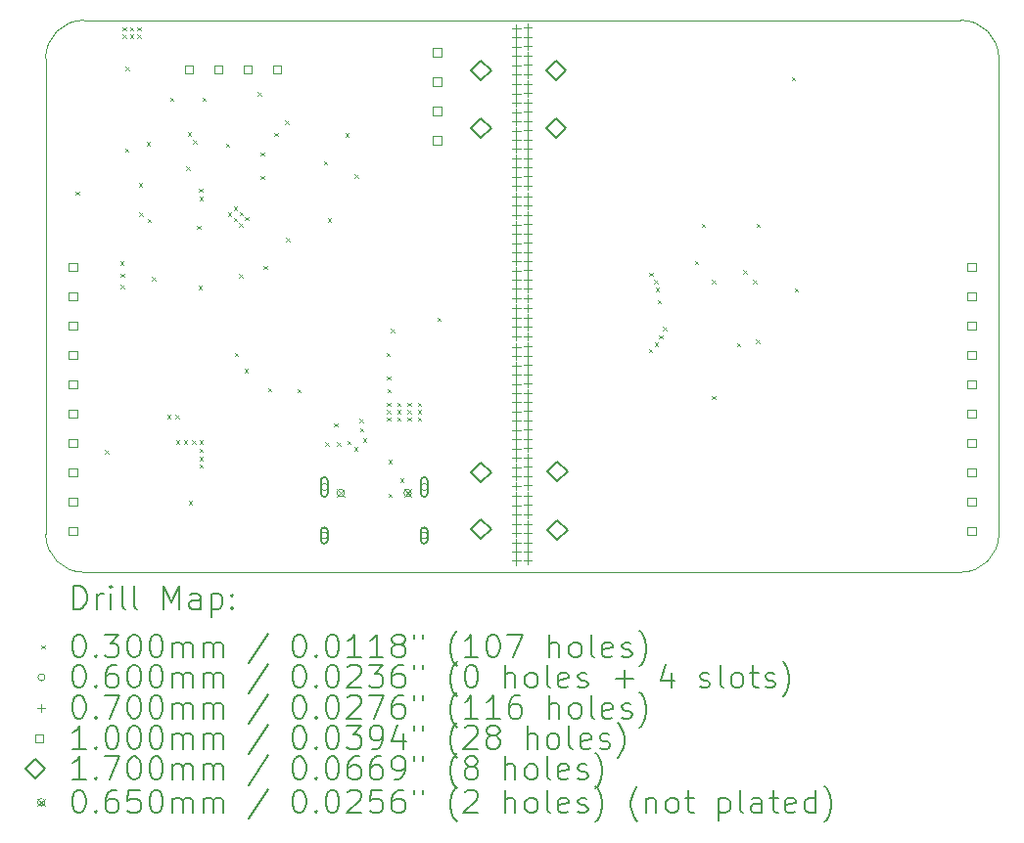
<source format=gbr>
%TF.GenerationSoftware,KiCad,Pcbnew,7.0.2-0*%
%TF.CreationDate,2024-05-28T17:42:47+08:00*%
%TF.ProjectId,angle_detect,616e676c-655f-4646-9574-6563742e6b69,rev?*%
%TF.SameCoordinates,Original*%
%TF.FileFunction,Drillmap*%
%TF.FilePolarity,Positive*%
%FSLAX45Y45*%
G04 Gerber Fmt 4.5, Leading zero omitted, Abs format (unit mm)*
G04 Created by KiCad (PCBNEW 7.0.2-0) date 2024-05-28 17:42:47*
%MOMM*%
%LPD*%
G01*
G04 APERTURE LIST*
%ADD10C,0.100000*%
%ADD11C,0.200000*%
%ADD12C,0.030000*%
%ADD13C,0.060000*%
%ADD14C,0.070000*%
%ADD15C,0.170000*%
%ADD16C,0.065000*%
G04 APERTURE END LIST*
D10*
X14015720Y-4826000D02*
G75*
G03*
X13685520Y-4495800I-330200J0D01*
G01*
X5770880Y-4826000D02*
X5770880Y-8945880D01*
X6101080Y-4495800D02*
G75*
G03*
X5770880Y-4826000I0J-330200D01*
G01*
X13685520Y-4495800D02*
X6101080Y-4495800D01*
X14015720Y-4826000D02*
X14015720Y-8945880D01*
X5770880Y-8945880D02*
G75*
G03*
X6101080Y-9276080I330200J0D01*
G01*
X6101080Y-9276080D02*
X13685520Y-9276080D01*
X13685520Y-9276080D02*
G75*
G03*
X14015720Y-8945880I0J330200D01*
G01*
D11*
D12*
X6030200Y-5979400D02*
X6060200Y-6009400D01*
X6060200Y-5979400D02*
X6030200Y-6009400D01*
X6284200Y-8219680D02*
X6314200Y-8249680D01*
X6314200Y-8219680D02*
X6284200Y-8249680D01*
X6416280Y-6583920D02*
X6446280Y-6613920D01*
X6446280Y-6583920D02*
X6416280Y-6613920D01*
X6421360Y-6690600D02*
X6451360Y-6720600D01*
X6451360Y-6690600D02*
X6421360Y-6720600D01*
X6421360Y-6787120D02*
X6451360Y-6817120D01*
X6451360Y-6787120D02*
X6421360Y-6817120D01*
X6436600Y-4557000D02*
X6466600Y-4587000D01*
X6466600Y-4557000D02*
X6436600Y-4587000D01*
X6436600Y-4620500D02*
X6466600Y-4650500D01*
X6466600Y-4620500D02*
X6436600Y-4650500D01*
X6459797Y-5605683D02*
X6489797Y-5635683D01*
X6489797Y-5605683D02*
X6459797Y-5635683D01*
X6462000Y-4899900D02*
X6492000Y-4929900D01*
X6492000Y-4899900D02*
X6462000Y-4929900D01*
X6500100Y-4557000D02*
X6530100Y-4587000D01*
X6530100Y-4557000D02*
X6500100Y-4587000D01*
X6500100Y-4620500D02*
X6530100Y-4650500D01*
X6530100Y-4620500D02*
X6500100Y-4650500D01*
X6563600Y-4557000D02*
X6593600Y-4587000D01*
X6593600Y-4557000D02*
X6563600Y-4587000D01*
X6563600Y-4620500D02*
X6593600Y-4650500D01*
X6593600Y-4620500D02*
X6563600Y-4650500D01*
X6576300Y-5908280D02*
X6606300Y-5938280D01*
X6606300Y-5908280D02*
X6576300Y-5938280D01*
X6578840Y-6159740D02*
X6608840Y-6189740D01*
X6608840Y-6159740D02*
X6578840Y-6189740D01*
X6642323Y-5550157D02*
X6672323Y-5580157D01*
X6672323Y-5550157D02*
X6642323Y-5580157D01*
X6652500Y-6215620D02*
X6682500Y-6245620D01*
X6682500Y-6215620D02*
X6652500Y-6245620D01*
X6690600Y-6721080D02*
X6720600Y-6751080D01*
X6720600Y-6721080D02*
X6690600Y-6751080D01*
X6822680Y-7914880D02*
X6852680Y-7944880D01*
X6852680Y-7914880D02*
X6822680Y-7944880D01*
X6848080Y-5166600D02*
X6878080Y-5196600D01*
X6878080Y-5166600D02*
X6848080Y-5196600D01*
X6893800Y-7914880D02*
X6923800Y-7944880D01*
X6923800Y-7914880D02*
X6893800Y-7944880D01*
X6896340Y-8133320D02*
X6926340Y-8163320D01*
X6926340Y-8133320D02*
X6896340Y-8163320D01*
X6967460Y-8133320D02*
X6997460Y-8163320D01*
X6997460Y-8133320D02*
X6967460Y-8163320D01*
X6985240Y-5760960D02*
X7015240Y-5790960D01*
X7015240Y-5760960D02*
X6985240Y-5790960D01*
X7000480Y-5467410D02*
X7030480Y-5497410D01*
X7030480Y-5467410D02*
X7000480Y-5497410D01*
X7008100Y-8656560D02*
X7038100Y-8686560D01*
X7038100Y-8656560D02*
X7008100Y-8686560D01*
X7036040Y-8133320D02*
X7066040Y-8163320D01*
X7066040Y-8133320D02*
X7036040Y-8163320D01*
X7046200Y-5532360D02*
X7076200Y-5562360D01*
X7076200Y-5532360D02*
X7046200Y-5562360D01*
X7081760Y-6274040D02*
X7111760Y-6304040D01*
X7111760Y-6274040D02*
X7081760Y-6304040D01*
X7094460Y-6797280D02*
X7124460Y-6827280D01*
X7124460Y-6797280D02*
X7094460Y-6827280D01*
X7097000Y-5954000D02*
X7127000Y-5984000D01*
X7127000Y-5954000D02*
X7097000Y-5984000D01*
X7102080Y-6025120D02*
X7132080Y-6055120D01*
X7132080Y-6025120D02*
X7102080Y-6055120D01*
X7102080Y-8133320D02*
X7132080Y-8163320D01*
X7132080Y-8133320D02*
X7102080Y-8163320D01*
X7102080Y-8204440D02*
X7132080Y-8234440D01*
X7132080Y-8204440D02*
X7102080Y-8234440D01*
X7102080Y-8278100D02*
X7132080Y-8308100D01*
X7132080Y-8278100D02*
X7102080Y-8308100D01*
X7102080Y-8341600D02*
X7132080Y-8371600D01*
X7132080Y-8341600D02*
X7102080Y-8371600D01*
X7127480Y-5166600D02*
X7157480Y-5196600D01*
X7157480Y-5166600D02*
X7127480Y-5196600D01*
X7330680Y-5562840D02*
X7360680Y-5592840D01*
X7360680Y-5562840D02*
X7330680Y-5592840D01*
X7345920Y-6159740D02*
X7375920Y-6189740D01*
X7375920Y-6159740D02*
X7345920Y-6189740D01*
X7399260Y-6111480D02*
X7429260Y-6141480D01*
X7429260Y-6111480D02*
X7399260Y-6141480D01*
X7399260Y-6205460D02*
X7429260Y-6235460D01*
X7429260Y-6205460D02*
X7399260Y-6235460D01*
X7406880Y-7376400D02*
X7436880Y-7406400D01*
X7436880Y-7376400D02*
X7406880Y-7406400D01*
X7442440Y-6253720D02*
X7472440Y-6283720D01*
X7472440Y-6253720D02*
X7442440Y-6283720D01*
X7444980Y-6695680D02*
X7474980Y-6725680D01*
X7474980Y-6695680D02*
X7444980Y-6725680D01*
X7447520Y-6157200D02*
X7477520Y-6187200D01*
X7477520Y-6157200D02*
X7447520Y-6187200D01*
X7490700Y-7516100D02*
X7520700Y-7546100D01*
X7520700Y-7516100D02*
X7490700Y-7546100D01*
X7495780Y-6197840D02*
X7525780Y-6227840D01*
X7525780Y-6197840D02*
X7495780Y-6227840D01*
X7605000Y-5118340D02*
X7635000Y-5148340D01*
X7635000Y-5118340D02*
X7605000Y-5148340D01*
X7630400Y-5639040D02*
X7660400Y-5669040D01*
X7660400Y-5639040D02*
X7630400Y-5669040D01*
X7630400Y-5842240D02*
X7660400Y-5872240D01*
X7660400Y-5842240D02*
X7630400Y-5872240D01*
X7655800Y-6622020D02*
X7685800Y-6652020D01*
X7685800Y-6622020D02*
X7655800Y-6652020D01*
X7693900Y-7681200D02*
X7723900Y-7711200D01*
X7723900Y-7681200D02*
X7693900Y-7711200D01*
X7747240Y-5471400D02*
X7777240Y-5501400D01*
X7777240Y-5471400D02*
X7747240Y-5501400D01*
X7843760Y-5364720D02*
X7873760Y-5394720D01*
X7873760Y-5364720D02*
X7843760Y-5394720D01*
X7848840Y-6380741D02*
X7878840Y-6410741D01*
X7878840Y-6380741D02*
X7848840Y-6410741D01*
X7947900Y-7687050D02*
X7977900Y-7717050D01*
X7977900Y-7687050D02*
X7947900Y-7717050D01*
X8176500Y-5717410D02*
X8206500Y-5747410D01*
X8206500Y-5717410D02*
X8176500Y-5747410D01*
X8189200Y-8151100D02*
X8219200Y-8181100D01*
X8219200Y-8151100D02*
X8189200Y-8181100D01*
X8209520Y-6213080D02*
X8239520Y-6243080D01*
X8239520Y-6213080D02*
X8209520Y-6243080D01*
X8263750Y-7984430D02*
X8293750Y-8014430D01*
X8293750Y-7984430D02*
X8263750Y-8014430D01*
X8290800Y-8151100D02*
X8320800Y-8181100D01*
X8320800Y-8151100D02*
X8290800Y-8181100D01*
X8361920Y-5474860D02*
X8391920Y-5504860D01*
X8391920Y-5474860D02*
X8361920Y-5504860D01*
X8379700Y-8138400D02*
X8409700Y-8168400D01*
X8409700Y-8138400D02*
X8379700Y-8168400D01*
X8439234Y-8193166D02*
X8469234Y-8223166D01*
X8469234Y-8193166D02*
X8439234Y-8223166D01*
X8443200Y-5832310D02*
X8473200Y-5862310D01*
X8473200Y-5832310D02*
X8443200Y-5862310D01*
X8483823Y-7945377D02*
X8513823Y-7975377D01*
X8513823Y-7945377D02*
X8483823Y-7975377D01*
X8491616Y-8026484D02*
X8521616Y-8056484D01*
X8521616Y-8026484D02*
X8491616Y-8056484D01*
X8516946Y-8115454D02*
X8546946Y-8145454D01*
X8546946Y-8115454D02*
X8516946Y-8145454D01*
X8720060Y-7376400D02*
X8750060Y-7406400D01*
X8750060Y-7376400D02*
X8720060Y-7406400D01*
X8722600Y-7579600D02*
X8752600Y-7609600D01*
X8752600Y-7579600D02*
X8722600Y-7609600D01*
X8722600Y-7808200D02*
X8752600Y-7838200D01*
X8752600Y-7808200D02*
X8722600Y-7838200D01*
X8722600Y-7871700D02*
X8752600Y-7901700D01*
X8752600Y-7871700D02*
X8722600Y-7901700D01*
X8722600Y-7935200D02*
X8752600Y-7965200D01*
X8752600Y-7935200D02*
X8722600Y-7965200D01*
X8728450Y-7687050D02*
X8758450Y-7717050D01*
X8758450Y-7687050D02*
X8728450Y-7717050D01*
X8735300Y-8303500D02*
X8765300Y-8333500D01*
X8765300Y-8303500D02*
X8735300Y-8333500D01*
X8735300Y-8595600D02*
X8765300Y-8625600D01*
X8765300Y-8595600D02*
X8735300Y-8625600D01*
X8755360Y-7170400D02*
X8785360Y-7200400D01*
X8785360Y-7170400D02*
X8755360Y-7200400D01*
X8811500Y-7808200D02*
X8841500Y-7838200D01*
X8841500Y-7808200D02*
X8811500Y-7838200D01*
X8811500Y-7871700D02*
X8841500Y-7901700D01*
X8841500Y-7871700D02*
X8811500Y-7901700D01*
X8811500Y-7935200D02*
X8841500Y-7965200D01*
X8841500Y-7935200D02*
X8811500Y-7965200D01*
X8837600Y-8462340D02*
X8867600Y-8492340D01*
X8867600Y-8462340D02*
X8837600Y-8492340D01*
X8900400Y-7808200D02*
X8930400Y-7838200D01*
X8930400Y-7808200D02*
X8900400Y-7838200D01*
X8900400Y-7871700D02*
X8930400Y-7901700D01*
X8930400Y-7871700D02*
X8900400Y-7901700D01*
X8900400Y-7935200D02*
X8930400Y-7965200D01*
X8930400Y-7935200D02*
X8900400Y-7965200D01*
X8989300Y-7808200D02*
X9019300Y-7838200D01*
X9019300Y-7808200D02*
X8989300Y-7838200D01*
X8989300Y-7871700D02*
X9019300Y-7901700D01*
X9019300Y-7871700D02*
X8989300Y-7901700D01*
X8989300Y-7935200D02*
X9019300Y-7965200D01*
X9019300Y-7935200D02*
X8989300Y-7965200D01*
X9159480Y-7071600D02*
X9189480Y-7101600D01*
X9189480Y-7071600D02*
X9159480Y-7101600D01*
X10985740Y-7340840D02*
X11015740Y-7370840D01*
X11015740Y-7340840D02*
X10985740Y-7370840D01*
X10993360Y-6682980D02*
X11023360Y-6712980D01*
X11023360Y-6682980D02*
X10993360Y-6712980D01*
X11034000Y-6743940D02*
X11064000Y-6773940D01*
X11064000Y-6743940D02*
X11034000Y-6773940D01*
X11039080Y-7287500D02*
X11069080Y-7317500D01*
X11069080Y-7287500D02*
X11039080Y-7317500D01*
X11045449Y-6813809D02*
X11075449Y-6843809D01*
X11075449Y-6813809D02*
X11045449Y-6843809D01*
X11064480Y-6919200D02*
X11094480Y-6949200D01*
X11094480Y-6919200D02*
X11064480Y-6949200D01*
X11074640Y-7221460D02*
X11104640Y-7251460D01*
X11104640Y-7221460D02*
X11074640Y-7251460D01*
X11110200Y-7152880D02*
X11140200Y-7182880D01*
X11140200Y-7152880D02*
X11110200Y-7182880D01*
X11384520Y-6578840D02*
X11414520Y-6608840D01*
X11414520Y-6578840D02*
X11384520Y-6608840D01*
X11445480Y-6258800D02*
X11475480Y-6288800D01*
X11475480Y-6258800D02*
X11445480Y-6288800D01*
X11531500Y-6743940D02*
X11561500Y-6773940D01*
X11561500Y-6743940D02*
X11531500Y-6773940D01*
X11531500Y-7747240D02*
X11561500Y-7777240D01*
X11561500Y-7747240D02*
X11531500Y-7777240D01*
X11749050Y-7292580D02*
X11779050Y-7322580D01*
X11779050Y-7292580D02*
X11749050Y-7322580D01*
X11806500Y-6660120D02*
X11836500Y-6690120D01*
X11836500Y-6660120D02*
X11806500Y-6690120D01*
X11889980Y-6746480D02*
X11919980Y-6776480D01*
X11919980Y-6746480D02*
X11889980Y-6776480D01*
X11912840Y-7259560D02*
X11942840Y-7289560D01*
X11942840Y-7259560D02*
X11912840Y-7289560D01*
X11920460Y-6258800D02*
X11950460Y-6288800D01*
X11950460Y-6258800D02*
X11920460Y-6288800D01*
X12222720Y-4988800D02*
X12252720Y-5018800D01*
X12252720Y-4988800D02*
X12222720Y-5018800D01*
X12250660Y-6817600D02*
X12280660Y-6847600D01*
X12280660Y-6817600D02*
X12250660Y-6847600D01*
D13*
X8210600Y-8537340D02*
G75*
G03*
X8210600Y-8537340I-30000J0D01*
G01*
D11*
X8150600Y-8482340D02*
X8150600Y-8592340D01*
X8150600Y-8592340D02*
G75*
G03*
X8210600Y-8592340I30000J0D01*
G01*
X8210600Y-8592340D02*
X8210600Y-8482340D01*
X8210600Y-8482340D02*
G75*
G03*
X8150600Y-8482340I-30000J0D01*
G01*
D13*
X8210600Y-8957340D02*
G75*
G03*
X8210600Y-8957340I-30000J0D01*
G01*
D11*
X8150600Y-8917340D02*
X8150600Y-8997340D01*
X8150600Y-8997340D02*
G75*
G03*
X8210600Y-8997340I30000J0D01*
G01*
X8210600Y-8997340D02*
X8210600Y-8917340D01*
X8210600Y-8917340D02*
G75*
G03*
X8150600Y-8917340I-30000J0D01*
G01*
D13*
X9074600Y-8537340D02*
G75*
G03*
X9074600Y-8537340I-30000J0D01*
G01*
D11*
X9014600Y-8482340D02*
X9014600Y-8592340D01*
X9014600Y-8592340D02*
G75*
G03*
X9074600Y-8592340I30000J0D01*
G01*
X9074600Y-8592340D02*
X9074600Y-8482340D01*
X9074600Y-8482340D02*
G75*
G03*
X9014600Y-8482340I-30000J0D01*
G01*
D13*
X9074600Y-8957340D02*
G75*
G03*
X9074600Y-8957340I-30000J0D01*
G01*
D11*
X9014600Y-8917340D02*
X9014600Y-8997340D01*
X9014600Y-8997340D02*
G75*
G03*
X9074600Y-8997340I30000J0D01*
G01*
X9074600Y-8997340D02*
X9074600Y-8917340D01*
X9074600Y-8917340D02*
G75*
G03*
X9014600Y-8917340I-30000J0D01*
G01*
D14*
X9842500Y-4529380D02*
X9842500Y-4599380D01*
X9807500Y-4564380D02*
X9877500Y-4564380D01*
X9842500Y-4608120D02*
X9842500Y-4678120D01*
X9807500Y-4643120D02*
X9877500Y-4643120D01*
X9842500Y-4689400D02*
X9842500Y-4759400D01*
X9807500Y-4724400D02*
X9877500Y-4724400D01*
X9842500Y-4773220D02*
X9842500Y-4843220D01*
X9807500Y-4808220D02*
X9877500Y-4808220D01*
X9842500Y-4851960D02*
X9842500Y-4921960D01*
X9807500Y-4886960D02*
X9877500Y-4886960D01*
X9842500Y-4933240D02*
X9842500Y-5003240D01*
X9807500Y-4968240D02*
X9877500Y-4968240D01*
X9842500Y-5017060D02*
X9842500Y-5087060D01*
X9807500Y-5052060D02*
X9877500Y-5052060D01*
X9842500Y-5095800D02*
X9842500Y-5165800D01*
X9807500Y-5130800D02*
X9877500Y-5130800D01*
X9842500Y-5177080D02*
X9842500Y-5247080D01*
X9807500Y-5212080D02*
X9877500Y-5212080D01*
X9842500Y-5258360D02*
X9842500Y-5328360D01*
X9807500Y-5293360D02*
X9877500Y-5293360D01*
X9842500Y-5337100D02*
X9842500Y-5407100D01*
X9807500Y-5372100D02*
X9877500Y-5372100D01*
X9842500Y-5418380D02*
X9842500Y-5488380D01*
X9807500Y-5453380D02*
X9877500Y-5453380D01*
X9842500Y-5497120D02*
X9842500Y-5567120D01*
X9807500Y-5532120D02*
X9877500Y-5532120D01*
X9842500Y-5575860D02*
X9842500Y-5645860D01*
X9807500Y-5610860D02*
X9877500Y-5610860D01*
X9842500Y-5657140D02*
X9842500Y-5727140D01*
X9807500Y-5692140D02*
X9877500Y-5692140D01*
X9842500Y-5738420D02*
X9842500Y-5808420D01*
X9807500Y-5773420D02*
X9877500Y-5773420D01*
X9842500Y-5817160D02*
X9842500Y-5887160D01*
X9807500Y-5852160D02*
X9877500Y-5852160D01*
X9842500Y-5898440D02*
X9842500Y-5968440D01*
X9807500Y-5933440D02*
X9877500Y-5933440D01*
X9842500Y-5989880D02*
X9842500Y-6059880D01*
X9807500Y-6024880D02*
X9877500Y-6024880D01*
X9842500Y-6068620D02*
X9842500Y-6138620D01*
X9807500Y-6103620D02*
X9877500Y-6103620D01*
X9842500Y-6149900D02*
X9842500Y-6219900D01*
X9807500Y-6184900D02*
X9877500Y-6184900D01*
X9842500Y-6231180D02*
X9842500Y-6301180D01*
X9807500Y-6266180D02*
X9877500Y-6266180D01*
X9842500Y-6309920D02*
X9842500Y-6379920D01*
X9807500Y-6344920D02*
X9877500Y-6344920D01*
X9842500Y-6391200D02*
X9842500Y-6461200D01*
X9807500Y-6426200D02*
X9877500Y-6426200D01*
X9842500Y-6469940D02*
X9842500Y-6539940D01*
X9807500Y-6504940D02*
X9877500Y-6504940D01*
X9842500Y-6548680D02*
X9842500Y-6618680D01*
X9807500Y-6583680D02*
X9877500Y-6583680D01*
X9842500Y-6629960D02*
X9842500Y-6699960D01*
X9807500Y-6664960D02*
X9877500Y-6664960D01*
X9842500Y-6708700D02*
X9842500Y-6778700D01*
X9807500Y-6743700D02*
X9877500Y-6743700D01*
X9842500Y-6787440D02*
X9842500Y-6857440D01*
X9807500Y-6822440D02*
X9877500Y-6822440D01*
X9842500Y-6868720D02*
X9842500Y-6938720D01*
X9807500Y-6903720D02*
X9877500Y-6903720D01*
X9842500Y-6957620D02*
X9842500Y-7027620D01*
X9807500Y-6992620D02*
X9877500Y-6992620D01*
X9842500Y-7038900D02*
X9842500Y-7108900D01*
X9807500Y-7073900D02*
X9877500Y-7073900D01*
X9842500Y-7117640D02*
X9842500Y-7187640D01*
X9807500Y-7152640D02*
X9877500Y-7152640D01*
X9842500Y-7198920D02*
X9842500Y-7268920D01*
X9807500Y-7233920D02*
X9877500Y-7233920D01*
X9842500Y-7290360D02*
X9842500Y-7360360D01*
X9807500Y-7325360D02*
X9877500Y-7325360D01*
X9842500Y-7369100D02*
X9842500Y-7439100D01*
X9807500Y-7404100D02*
X9877500Y-7404100D01*
X9842500Y-7450380D02*
X9842500Y-7520380D01*
X9807500Y-7485380D02*
X9877500Y-7485380D01*
X9842500Y-7531660D02*
X9842500Y-7601660D01*
X9807500Y-7566660D02*
X9877500Y-7566660D01*
X9842500Y-7610400D02*
X9842500Y-7680400D01*
X9807500Y-7645400D02*
X9877500Y-7645400D01*
X9842500Y-7691680D02*
X9842500Y-7761680D01*
X9807500Y-7726680D02*
X9877500Y-7726680D01*
X9842500Y-7770420D02*
X9842500Y-7840420D01*
X9807500Y-7805420D02*
X9877500Y-7805420D01*
X9842500Y-7849160D02*
X9842500Y-7919160D01*
X9807500Y-7884160D02*
X9877500Y-7884160D01*
X9842500Y-7930440D02*
X9842500Y-8000440D01*
X9807500Y-7965440D02*
X9877500Y-7965440D01*
X9842500Y-8009180D02*
X9842500Y-8079180D01*
X9807500Y-8044180D02*
X9877500Y-8044180D01*
X9842500Y-8087920D02*
X9842500Y-8157920D01*
X9807500Y-8122920D02*
X9877500Y-8122920D01*
X9842500Y-8169200D02*
X9842500Y-8239200D01*
X9807500Y-8204200D02*
X9877500Y-8204200D01*
X9842500Y-8250480D02*
X9842500Y-8320480D01*
X9807500Y-8285480D02*
X9877500Y-8285480D01*
X9842500Y-8331760D02*
X9842500Y-8401760D01*
X9807500Y-8366760D02*
X9877500Y-8366760D01*
X9842500Y-8410500D02*
X9842500Y-8480500D01*
X9807500Y-8445500D02*
X9877500Y-8445500D01*
X9842500Y-8491780D02*
X9842500Y-8561780D01*
X9807500Y-8526780D02*
X9877500Y-8526780D01*
X9842500Y-8583220D02*
X9842500Y-8653220D01*
X9807500Y-8618220D02*
X9877500Y-8618220D01*
X9842500Y-8661960D02*
X9842500Y-8731960D01*
X9807500Y-8696960D02*
X9877500Y-8696960D01*
X9842500Y-8743240D02*
X9842500Y-8813240D01*
X9807500Y-8778240D02*
X9877500Y-8778240D01*
X9842500Y-8824520D02*
X9842500Y-8894520D01*
X9807500Y-8859520D02*
X9877500Y-8859520D01*
X9842500Y-8903260D02*
X9842500Y-8973260D01*
X9807500Y-8938260D02*
X9877500Y-8938260D01*
X9842500Y-8984540D02*
X9842500Y-9054540D01*
X9807500Y-9019540D02*
X9877500Y-9019540D01*
X9842500Y-9063280D02*
X9842500Y-9133280D01*
X9807500Y-9098280D02*
X9877500Y-9098280D01*
X9842500Y-9142020D02*
X9842500Y-9212020D01*
X9807500Y-9177020D02*
X9877500Y-9177020D01*
X9941560Y-4526840D02*
X9941560Y-4596840D01*
X9906560Y-4561840D02*
X9976560Y-4561840D01*
X9941560Y-4605580D02*
X9941560Y-4675580D01*
X9906560Y-4640580D02*
X9976560Y-4640580D01*
X9941560Y-4686860D02*
X9941560Y-4756860D01*
X9906560Y-4721860D02*
X9976560Y-4721860D01*
X9941560Y-4770680D02*
X9941560Y-4840680D01*
X9906560Y-4805680D02*
X9976560Y-4805680D01*
X9941560Y-4849420D02*
X9941560Y-4919420D01*
X9906560Y-4884420D02*
X9976560Y-4884420D01*
X9941560Y-4930700D02*
X9941560Y-5000700D01*
X9906560Y-4965700D02*
X9976560Y-4965700D01*
X9941560Y-5014520D02*
X9941560Y-5084520D01*
X9906560Y-5049520D02*
X9976560Y-5049520D01*
X9941560Y-5093260D02*
X9941560Y-5163260D01*
X9906560Y-5128260D02*
X9976560Y-5128260D01*
X9941560Y-5174540D02*
X9941560Y-5244540D01*
X9906560Y-5209540D02*
X9976560Y-5209540D01*
X9941560Y-5255820D02*
X9941560Y-5325820D01*
X9906560Y-5290820D02*
X9976560Y-5290820D01*
X9941560Y-5334560D02*
X9941560Y-5404560D01*
X9906560Y-5369560D02*
X9976560Y-5369560D01*
X9941560Y-5415840D02*
X9941560Y-5485840D01*
X9906560Y-5450840D02*
X9976560Y-5450840D01*
X9941560Y-5494580D02*
X9941560Y-5564580D01*
X9906560Y-5529580D02*
X9976560Y-5529580D01*
X9941560Y-5573320D02*
X9941560Y-5643320D01*
X9906560Y-5608320D02*
X9976560Y-5608320D01*
X9941560Y-5654600D02*
X9941560Y-5724600D01*
X9906560Y-5689600D02*
X9976560Y-5689600D01*
X9941560Y-5735880D02*
X9941560Y-5805880D01*
X9906560Y-5770880D02*
X9976560Y-5770880D01*
X9941560Y-5814620D02*
X9941560Y-5884620D01*
X9906560Y-5849620D02*
X9976560Y-5849620D01*
X9941560Y-5895900D02*
X9941560Y-5965900D01*
X9906560Y-5930900D02*
X9976560Y-5930900D01*
X9941560Y-5987340D02*
X9941560Y-6057340D01*
X9906560Y-6022340D02*
X9976560Y-6022340D01*
X9941560Y-6066080D02*
X9941560Y-6136080D01*
X9906560Y-6101080D02*
X9976560Y-6101080D01*
X9941560Y-6147360D02*
X9941560Y-6217360D01*
X9906560Y-6182360D02*
X9976560Y-6182360D01*
X9941560Y-6228640D02*
X9941560Y-6298640D01*
X9906560Y-6263640D02*
X9976560Y-6263640D01*
X9941560Y-6307380D02*
X9941560Y-6377380D01*
X9906560Y-6342380D02*
X9976560Y-6342380D01*
X9941560Y-6388660D02*
X9941560Y-6458660D01*
X9906560Y-6423660D02*
X9976560Y-6423660D01*
X9941560Y-6467400D02*
X9941560Y-6537400D01*
X9906560Y-6502400D02*
X9976560Y-6502400D01*
X9941560Y-6546140D02*
X9941560Y-6616140D01*
X9906560Y-6581140D02*
X9976560Y-6581140D01*
X9941560Y-6627420D02*
X9941560Y-6697420D01*
X9906560Y-6662420D02*
X9976560Y-6662420D01*
X9941560Y-6706160D02*
X9941560Y-6776160D01*
X9906560Y-6741160D02*
X9976560Y-6741160D01*
X9941560Y-6784900D02*
X9941560Y-6854900D01*
X9906560Y-6819900D02*
X9976560Y-6819900D01*
X9941560Y-6866180D02*
X9941560Y-6936180D01*
X9906560Y-6901180D02*
X9976560Y-6901180D01*
X9941560Y-6955080D02*
X9941560Y-7025080D01*
X9906560Y-6990080D02*
X9976560Y-6990080D01*
X9941560Y-7036360D02*
X9941560Y-7106360D01*
X9906560Y-7071360D02*
X9976560Y-7071360D01*
X9941560Y-7115100D02*
X9941560Y-7185100D01*
X9906560Y-7150100D02*
X9976560Y-7150100D01*
X9941560Y-7196380D02*
X9941560Y-7266380D01*
X9906560Y-7231380D02*
X9976560Y-7231380D01*
X9941560Y-7287820D02*
X9941560Y-7357820D01*
X9906560Y-7322820D02*
X9976560Y-7322820D01*
X9941560Y-7366560D02*
X9941560Y-7436560D01*
X9906560Y-7401560D02*
X9976560Y-7401560D01*
X9941560Y-7447840D02*
X9941560Y-7517840D01*
X9906560Y-7482840D02*
X9976560Y-7482840D01*
X9941560Y-7529120D02*
X9941560Y-7599120D01*
X9906560Y-7564120D02*
X9976560Y-7564120D01*
X9941560Y-7607860D02*
X9941560Y-7677860D01*
X9906560Y-7642860D02*
X9976560Y-7642860D01*
X9941560Y-7689140D02*
X9941560Y-7759140D01*
X9906560Y-7724140D02*
X9976560Y-7724140D01*
X9941560Y-7767880D02*
X9941560Y-7837880D01*
X9906560Y-7802880D02*
X9976560Y-7802880D01*
X9941560Y-7846620D02*
X9941560Y-7916620D01*
X9906560Y-7881620D02*
X9976560Y-7881620D01*
X9941560Y-7927900D02*
X9941560Y-7997900D01*
X9906560Y-7962900D02*
X9976560Y-7962900D01*
X9941560Y-8006640D02*
X9941560Y-8076640D01*
X9906560Y-8041640D02*
X9976560Y-8041640D01*
X9941560Y-8085380D02*
X9941560Y-8155380D01*
X9906560Y-8120380D02*
X9976560Y-8120380D01*
X9941560Y-8166660D02*
X9941560Y-8236660D01*
X9906560Y-8201660D02*
X9976560Y-8201660D01*
X9941560Y-8247940D02*
X9941560Y-8317940D01*
X9906560Y-8282940D02*
X9976560Y-8282940D01*
X9941560Y-8329220D02*
X9941560Y-8399220D01*
X9906560Y-8364220D02*
X9976560Y-8364220D01*
X9941560Y-8407960D02*
X9941560Y-8477960D01*
X9906560Y-8442960D02*
X9976560Y-8442960D01*
X9941560Y-8489240D02*
X9941560Y-8559240D01*
X9906560Y-8524240D02*
X9976560Y-8524240D01*
X9941560Y-8580680D02*
X9941560Y-8650680D01*
X9906560Y-8615680D02*
X9976560Y-8615680D01*
X9941560Y-8659420D02*
X9941560Y-8729420D01*
X9906560Y-8694420D02*
X9976560Y-8694420D01*
X9941560Y-8740700D02*
X9941560Y-8810700D01*
X9906560Y-8775700D02*
X9976560Y-8775700D01*
X9941560Y-8821980D02*
X9941560Y-8891980D01*
X9906560Y-8856980D02*
X9976560Y-8856980D01*
X9941560Y-8900720D02*
X9941560Y-8970720D01*
X9906560Y-8935720D02*
X9976560Y-8935720D01*
X9941560Y-8982000D02*
X9941560Y-9052000D01*
X9906560Y-9017000D02*
X9976560Y-9017000D01*
X9941560Y-9060740D02*
X9941560Y-9130740D01*
X9906560Y-9095740D02*
X9976560Y-9095740D01*
X9941560Y-9139480D02*
X9941560Y-9209480D01*
X9906560Y-9174480D02*
X9976560Y-9174480D01*
D10*
X6042456Y-6667756D02*
X6042456Y-6597044D01*
X5971744Y-6597044D01*
X5971744Y-6667756D01*
X6042456Y-6667756D01*
X6042456Y-6921756D02*
X6042456Y-6851044D01*
X5971744Y-6851044D01*
X5971744Y-6921756D01*
X6042456Y-6921756D01*
X6042456Y-7175756D02*
X6042456Y-7105044D01*
X5971744Y-7105044D01*
X5971744Y-7175756D01*
X6042456Y-7175756D01*
X6042456Y-7429756D02*
X6042456Y-7359044D01*
X5971744Y-7359044D01*
X5971744Y-7429756D01*
X6042456Y-7429756D01*
X6042456Y-7683756D02*
X6042456Y-7613044D01*
X5971744Y-7613044D01*
X5971744Y-7683756D01*
X6042456Y-7683756D01*
X6042456Y-7937756D02*
X6042456Y-7867044D01*
X5971744Y-7867044D01*
X5971744Y-7937756D01*
X6042456Y-7937756D01*
X6042456Y-8191756D02*
X6042456Y-8121044D01*
X5971744Y-8121044D01*
X5971744Y-8191756D01*
X6042456Y-8191756D01*
X6042456Y-8445756D02*
X6042456Y-8375044D01*
X5971744Y-8375044D01*
X5971744Y-8445756D01*
X6042456Y-8445756D01*
X6042456Y-8699756D02*
X6042456Y-8629044D01*
X5971744Y-8629044D01*
X5971744Y-8699756D01*
X6042456Y-8699756D01*
X6042456Y-8953756D02*
X6042456Y-8883044D01*
X5971744Y-8883044D01*
X5971744Y-8953756D01*
X6042456Y-8953756D01*
X7045756Y-4955336D02*
X7045756Y-4884624D01*
X6975044Y-4884624D01*
X6975044Y-4955336D01*
X7045756Y-4955336D01*
X7299756Y-4955336D02*
X7299756Y-4884624D01*
X7229044Y-4884624D01*
X7229044Y-4955336D01*
X7299756Y-4955336D01*
X7553756Y-4955336D02*
X7553756Y-4884624D01*
X7483044Y-4884624D01*
X7483044Y-4955336D01*
X7553756Y-4955336D01*
X7807756Y-4955336D02*
X7807756Y-4884624D01*
X7737044Y-4884624D01*
X7737044Y-4955336D01*
X7807756Y-4955336D01*
X9192056Y-4810556D02*
X9192056Y-4739844D01*
X9121344Y-4739844D01*
X9121344Y-4810556D01*
X9192056Y-4810556D01*
X9192056Y-5064556D02*
X9192056Y-4993844D01*
X9121344Y-4993844D01*
X9121344Y-5064556D01*
X9192056Y-5064556D01*
X9192056Y-5318556D02*
X9192056Y-5247844D01*
X9121344Y-5247844D01*
X9121344Y-5318556D01*
X9192056Y-5318556D01*
X9192056Y-5572556D02*
X9192056Y-5501844D01*
X9121344Y-5501844D01*
X9121344Y-5572556D01*
X9192056Y-5572556D01*
X13814856Y-6667756D02*
X13814856Y-6597044D01*
X13744144Y-6597044D01*
X13744144Y-6667756D01*
X13814856Y-6667756D01*
X13814856Y-6921756D02*
X13814856Y-6851044D01*
X13744144Y-6851044D01*
X13744144Y-6921756D01*
X13814856Y-6921756D01*
X13814856Y-7175756D02*
X13814856Y-7105044D01*
X13744144Y-7105044D01*
X13744144Y-7175756D01*
X13814856Y-7175756D01*
X13814856Y-7429756D02*
X13814856Y-7359044D01*
X13744144Y-7359044D01*
X13744144Y-7429756D01*
X13814856Y-7429756D01*
X13814856Y-7683756D02*
X13814856Y-7613044D01*
X13744144Y-7613044D01*
X13744144Y-7683756D01*
X13814856Y-7683756D01*
X13814856Y-7937756D02*
X13814856Y-7867044D01*
X13744144Y-7867044D01*
X13744144Y-7937756D01*
X13814856Y-7937756D01*
X13814856Y-8191756D02*
X13814856Y-8121044D01*
X13744144Y-8121044D01*
X13744144Y-8191756D01*
X13814856Y-8191756D01*
X13814856Y-8445756D02*
X13814856Y-8375044D01*
X13744144Y-8375044D01*
X13744144Y-8445756D01*
X13814856Y-8445756D01*
X13814856Y-8699756D02*
X13814856Y-8629044D01*
X13744144Y-8629044D01*
X13744144Y-8699756D01*
X13814856Y-8699756D01*
X13814856Y-8953756D02*
X13814856Y-8883044D01*
X13744144Y-8883044D01*
X13744144Y-8953756D01*
X13814856Y-8953756D01*
D15*
X9537700Y-5012600D02*
X9622700Y-4927600D01*
X9537700Y-4842600D01*
X9452700Y-4927600D01*
X9537700Y-5012600D01*
X9537700Y-5515520D02*
X9622700Y-5430520D01*
X9537700Y-5345520D01*
X9452700Y-5430520D01*
X9537700Y-5515520D01*
X9537700Y-8492400D02*
X9622700Y-8407400D01*
X9537700Y-8322400D01*
X9452700Y-8407400D01*
X9537700Y-8492400D01*
X9537700Y-8990240D02*
X9622700Y-8905240D01*
X9537700Y-8820240D01*
X9452700Y-8905240D01*
X9537700Y-8990240D01*
X10185400Y-5012600D02*
X10270400Y-4927600D01*
X10185400Y-4842600D01*
X10100400Y-4927600D01*
X10185400Y-5012600D01*
X10185400Y-5515520D02*
X10270400Y-5430520D01*
X10185400Y-5345520D01*
X10100400Y-5430520D01*
X10185400Y-5515520D01*
X10198100Y-8489860D02*
X10283100Y-8404860D01*
X10198100Y-8319860D01*
X10113100Y-8404860D01*
X10198100Y-8489860D01*
X10198100Y-8992780D02*
X10283100Y-8907780D01*
X10198100Y-8822780D01*
X10113100Y-8907780D01*
X10198100Y-8992780D01*
D16*
X8291100Y-8556840D02*
X8356100Y-8621840D01*
X8356100Y-8556840D02*
X8291100Y-8621840D01*
X8356100Y-8589340D02*
G75*
G03*
X8356100Y-8589340I-32500J0D01*
G01*
X8869100Y-8556840D02*
X8934100Y-8621840D01*
X8934100Y-8556840D02*
X8869100Y-8621840D01*
X8934100Y-8589340D02*
G75*
G03*
X8934100Y-8589340I-32500J0D01*
G01*
D11*
X6013499Y-9593604D02*
X6013499Y-9393604D01*
X6013499Y-9393604D02*
X6061118Y-9393604D01*
X6061118Y-9393604D02*
X6089689Y-9403128D01*
X6089689Y-9403128D02*
X6108737Y-9422175D01*
X6108737Y-9422175D02*
X6118261Y-9441223D01*
X6118261Y-9441223D02*
X6127785Y-9479318D01*
X6127785Y-9479318D02*
X6127785Y-9507890D01*
X6127785Y-9507890D02*
X6118261Y-9545985D01*
X6118261Y-9545985D02*
X6108737Y-9565032D01*
X6108737Y-9565032D02*
X6089689Y-9584080D01*
X6089689Y-9584080D02*
X6061118Y-9593604D01*
X6061118Y-9593604D02*
X6013499Y-9593604D01*
X6213499Y-9593604D02*
X6213499Y-9460270D01*
X6213499Y-9498366D02*
X6223023Y-9479318D01*
X6223023Y-9479318D02*
X6232547Y-9469794D01*
X6232547Y-9469794D02*
X6251594Y-9460270D01*
X6251594Y-9460270D02*
X6270642Y-9460270D01*
X6337308Y-9593604D02*
X6337308Y-9460270D01*
X6337308Y-9393604D02*
X6327785Y-9403128D01*
X6327785Y-9403128D02*
X6337308Y-9412651D01*
X6337308Y-9412651D02*
X6346832Y-9403128D01*
X6346832Y-9403128D02*
X6337308Y-9393604D01*
X6337308Y-9393604D02*
X6337308Y-9412651D01*
X6461118Y-9593604D02*
X6442070Y-9584080D01*
X6442070Y-9584080D02*
X6432547Y-9565032D01*
X6432547Y-9565032D02*
X6432547Y-9393604D01*
X6565880Y-9593604D02*
X6546832Y-9584080D01*
X6546832Y-9584080D02*
X6537308Y-9565032D01*
X6537308Y-9565032D02*
X6537308Y-9393604D01*
X6794451Y-9593604D02*
X6794451Y-9393604D01*
X6794451Y-9393604D02*
X6861118Y-9536461D01*
X6861118Y-9536461D02*
X6927785Y-9393604D01*
X6927785Y-9393604D02*
X6927785Y-9593604D01*
X7108737Y-9593604D02*
X7108737Y-9488842D01*
X7108737Y-9488842D02*
X7099213Y-9469794D01*
X7099213Y-9469794D02*
X7080166Y-9460270D01*
X7080166Y-9460270D02*
X7042070Y-9460270D01*
X7042070Y-9460270D02*
X7023023Y-9469794D01*
X7108737Y-9584080D02*
X7089689Y-9593604D01*
X7089689Y-9593604D02*
X7042070Y-9593604D01*
X7042070Y-9593604D02*
X7023023Y-9584080D01*
X7023023Y-9584080D02*
X7013499Y-9565032D01*
X7013499Y-9565032D02*
X7013499Y-9545985D01*
X7013499Y-9545985D02*
X7023023Y-9526937D01*
X7023023Y-9526937D02*
X7042070Y-9517413D01*
X7042070Y-9517413D02*
X7089689Y-9517413D01*
X7089689Y-9517413D02*
X7108737Y-9507890D01*
X7203975Y-9460270D02*
X7203975Y-9660270D01*
X7203975Y-9469794D02*
X7223023Y-9460270D01*
X7223023Y-9460270D02*
X7261118Y-9460270D01*
X7261118Y-9460270D02*
X7280166Y-9469794D01*
X7280166Y-9469794D02*
X7289689Y-9479318D01*
X7289689Y-9479318D02*
X7299213Y-9498366D01*
X7299213Y-9498366D02*
X7299213Y-9555509D01*
X7299213Y-9555509D02*
X7289689Y-9574556D01*
X7289689Y-9574556D02*
X7280166Y-9584080D01*
X7280166Y-9584080D02*
X7261118Y-9593604D01*
X7261118Y-9593604D02*
X7223023Y-9593604D01*
X7223023Y-9593604D02*
X7203975Y-9584080D01*
X7384928Y-9574556D02*
X7394451Y-9584080D01*
X7394451Y-9584080D02*
X7384928Y-9593604D01*
X7384928Y-9593604D02*
X7375404Y-9584080D01*
X7375404Y-9584080D02*
X7384928Y-9574556D01*
X7384928Y-9574556D02*
X7384928Y-9593604D01*
X7384928Y-9469794D02*
X7394451Y-9479318D01*
X7394451Y-9479318D02*
X7384928Y-9488842D01*
X7384928Y-9488842D02*
X7375404Y-9479318D01*
X7375404Y-9479318D02*
X7384928Y-9469794D01*
X7384928Y-9469794D02*
X7384928Y-9488842D01*
D12*
X5735880Y-9906080D02*
X5765880Y-9936080D01*
X5765880Y-9906080D02*
X5735880Y-9936080D01*
D11*
X6051594Y-9813604D02*
X6070642Y-9813604D01*
X6070642Y-9813604D02*
X6089689Y-9823128D01*
X6089689Y-9823128D02*
X6099213Y-9832651D01*
X6099213Y-9832651D02*
X6108737Y-9851699D01*
X6108737Y-9851699D02*
X6118261Y-9889794D01*
X6118261Y-9889794D02*
X6118261Y-9937413D01*
X6118261Y-9937413D02*
X6108737Y-9975509D01*
X6108737Y-9975509D02*
X6099213Y-9994556D01*
X6099213Y-9994556D02*
X6089689Y-10004080D01*
X6089689Y-10004080D02*
X6070642Y-10013604D01*
X6070642Y-10013604D02*
X6051594Y-10013604D01*
X6051594Y-10013604D02*
X6032547Y-10004080D01*
X6032547Y-10004080D02*
X6023023Y-9994556D01*
X6023023Y-9994556D02*
X6013499Y-9975509D01*
X6013499Y-9975509D02*
X6003975Y-9937413D01*
X6003975Y-9937413D02*
X6003975Y-9889794D01*
X6003975Y-9889794D02*
X6013499Y-9851699D01*
X6013499Y-9851699D02*
X6023023Y-9832651D01*
X6023023Y-9832651D02*
X6032547Y-9823128D01*
X6032547Y-9823128D02*
X6051594Y-9813604D01*
X6203975Y-9994556D02*
X6213499Y-10004080D01*
X6213499Y-10004080D02*
X6203975Y-10013604D01*
X6203975Y-10013604D02*
X6194451Y-10004080D01*
X6194451Y-10004080D02*
X6203975Y-9994556D01*
X6203975Y-9994556D02*
X6203975Y-10013604D01*
X6280166Y-9813604D02*
X6403975Y-9813604D01*
X6403975Y-9813604D02*
X6337308Y-9889794D01*
X6337308Y-9889794D02*
X6365880Y-9889794D01*
X6365880Y-9889794D02*
X6384928Y-9899318D01*
X6384928Y-9899318D02*
X6394451Y-9908842D01*
X6394451Y-9908842D02*
X6403975Y-9927890D01*
X6403975Y-9927890D02*
X6403975Y-9975509D01*
X6403975Y-9975509D02*
X6394451Y-9994556D01*
X6394451Y-9994556D02*
X6384928Y-10004080D01*
X6384928Y-10004080D02*
X6365880Y-10013604D01*
X6365880Y-10013604D02*
X6308737Y-10013604D01*
X6308737Y-10013604D02*
X6289689Y-10004080D01*
X6289689Y-10004080D02*
X6280166Y-9994556D01*
X6527785Y-9813604D02*
X6546832Y-9813604D01*
X6546832Y-9813604D02*
X6565880Y-9823128D01*
X6565880Y-9823128D02*
X6575404Y-9832651D01*
X6575404Y-9832651D02*
X6584928Y-9851699D01*
X6584928Y-9851699D02*
X6594451Y-9889794D01*
X6594451Y-9889794D02*
X6594451Y-9937413D01*
X6594451Y-9937413D02*
X6584928Y-9975509D01*
X6584928Y-9975509D02*
X6575404Y-9994556D01*
X6575404Y-9994556D02*
X6565880Y-10004080D01*
X6565880Y-10004080D02*
X6546832Y-10013604D01*
X6546832Y-10013604D02*
X6527785Y-10013604D01*
X6527785Y-10013604D02*
X6508737Y-10004080D01*
X6508737Y-10004080D02*
X6499213Y-9994556D01*
X6499213Y-9994556D02*
X6489689Y-9975509D01*
X6489689Y-9975509D02*
X6480166Y-9937413D01*
X6480166Y-9937413D02*
X6480166Y-9889794D01*
X6480166Y-9889794D02*
X6489689Y-9851699D01*
X6489689Y-9851699D02*
X6499213Y-9832651D01*
X6499213Y-9832651D02*
X6508737Y-9823128D01*
X6508737Y-9823128D02*
X6527785Y-9813604D01*
X6718261Y-9813604D02*
X6737309Y-9813604D01*
X6737309Y-9813604D02*
X6756356Y-9823128D01*
X6756356Y-9823128D02*
X6765880Y-9832651D01*
X6765880Y-9832651D02*
X6775404Y-9851699D01*
X6775404Y-9851699D02*
X6784928Y-9889794D01*
X6784928Y-9889794D02*
X6784928Y-9937413D01*
X6784928Y-9937413D02*
X6775404Y-9975509D01*
X6775404Y-9975509D02*
X6765880Y-9994556D01*
X6765880Y-9994556D02*
X6756356Y-10004080D01*
X6756356Y-10004080D02*
X6737309Y-10013604D01*
X6737309Y-10013604D02*
X6718261Y-10013604D01*
X6718261Y-10013604D02*
X6699213Y-10004080D01*
X6699213Y-10004080D02*
X6689689Y-9994556D01*
X6689689Y-9994556D02*
X6680166Y-9975509D01*
X6680166Y-9975509D02*
X6670642Y-9937413D01*
X6670642Y-9937413D02*
X6670642Y-9889794D01*
X6670642Y-9889794D02*
X6680166Y-9851699D01*
X6680166Y-9851699D02*
X6689689Y-9832651D01*
X6689689Y-9832651D02*
X6699213Y-9823128D01*
X6699213Y-9823128D02*
X6718261Y-9813604D01*
X6870642Y-10013604D02*
X6870642Y-9880270D01*
X6870642Y-9899318D02*
X6880166Y-9889794D01*
X6880166Y-9889794D02*
X6899213Y-9880270D01*
X6899213Y-9880270D02*
X6927785Y-9880270D01*
X6927785Y-9880270D02*
X6946832Y-9889794D01*
X6946832Y-9889794D02*
X6956356Y-9908842D01*
X6956356Y-9908842D02*
X6956356Y-10013604D01*
X6956356Y-9908842D02*
X6965880Y-9889794D01*
X6965880Y-9889794D02*
X6984928Y-9880270D01*
X6984928Y-9880270D02*
X7013499Y-9880270D01*
X7013499Y-9880270D02*
X7032547Y-9889794D01*
X7032547Y-9889794D02*
X7042070Y-9908842D01*
X7042070Y-9908842D02*
X7042070Y-10013604D01*
X7137309Y-10013604D02*
X7137309Y-9880270D01*
X7137309Y-9899318D02*
X7146832Y-9889794D01*
X7146832Y-9889794D02*
X7165880Y-9880270D01*
X7165880Y-9880270D02*
X7194451Y-9880270D01*
X7194451Y-9880270D02*
X7213499Y-9889794D01*
X7213499Y-9889794D02*
X7223023Y-9908842D01*
X7223023Y-9908842D02*
X7223023Y-10013604D01*
X7223023Y-9908842D02*
X7232547Y-9889794D01*
X7232547Y-9889794D02*
X7251594Y-9880270D01*
X7251594Y-9880270D02*
X7280166Y-9880270D01*
X7280166Y-9880270D02*
X7299213Y-9889794D01*
X7299213Y-9889794D02*
X7308737Y-9908842D01*
X7308737Y-9908842D02*
X7308737Y-10013604D01*
X7699213Y-9804080D02*
X7527785Y-10061223D01*
X7956356Y-9813604D02*
X7975404Y-9813604D01*
X7975404Y-9813604D02*
X7994452Y-9823128D01*
X7994452Y-9823128D02*
X8003975Y-9832651D01*
X8003975Y-9832651D02*
X8013499Y-9851699D01*
X8013499Y-9851699D02*
X8023023Y-9889794D01*
X8023023Y-9889794D02*
X8023023Y-9937413D01*
X8023023Y-9937413D02*
X8013499Y-9975509D01*
X8013499Y-9975509D02*
X8003975Y-9994556D01*
X8003975Y-9994556D02*
X7994452Y-10004080D01*
X7994452Y-10004080D02*
X7975404Y-10013604D01*
X7975404Y-10013604D02*
X7956356Y-10013604D01*
X7956356Y-10013604D02*
X7937309Y-10004080D01*
X7937309Y-10004080D02*
X7927785Y-9994556D01*
X7927785Y-9994556D02*
X7918261Y-9975509D01*
X7918261Y-9975509D02*
X7908737Y-9937413D01*
X7908737Y-9937413D02*
X7908737Y-9889794D01*
X7908737Y-9889794D02*
X7918261Y-9851699D01*
X7918261Y-9851699D02*
X7927785Y-9832651D01*
X7927785Y-9832651D02*
X7937309Y-9823128D01*
X7937309Y-9823128D02*
X7956356Y-9813604D01*
X8108737Y-9994556D02*
X8118261Y-10004080D01*
X8118261Y-10004080D02*
X8108737Y-10013604D01*
X8108737Y-10013604D02*
X8099213Y-10004080D01*
X8099213Y-10004080D02*
X8108737Y-9994556D01*
X8108737Y-9994556D02*
X8108737Y-10013604D01*
X8242071Y-9813604D02*
X8261118Y-9813604D01*
X8261118Y-9813604D02*
X8280166Y-9823128D01*
X8280166Y-9823128D02*
X8289690Y-9832651D01*
X8289690Y-9832651D02*
X8299213Y-9851699D01*
X8299213Y-9851699D02*
X8308737Y-9889794D01*
X8308737Y-9889794D02*
X8308737Y-9937413D01*
X8308737Y-9937413D02*
X8299213Y-9975509D01*
X8299213Y-9975509D02*
X8289690Y-9994556D01*
X8289690Y-9994556D02*
X8280166Y-10004080D01*
X8280166Y-10004080D02*
X8261118Y-10013604D01*
X8261118Y-10013604D02*
X8242071Y-10013604D01*
X8242071Y-10013604D02*
X8223023Y-10004080D01*
X8223023Y-10004080D02*
X8213499Y-9994556D01*
X8213499Y-9994556D02*
X8203975Y-9975509D01*
X8203975Y-9975509D02*
X8194452Y-9937413D01*
X8194452Y-9937413D02*
X8194452Y-9889794D01*
X8194452Y-9889794D02*
X8203975Y-9851699D01*
X8203975Y-9851699D02*
X8213499Y-9832651D01*
X8213499Y-9832651D02*
X8223023Y-9823128D01*
X8223023Y-9823128D02*
X8242071Y-9813604D01*
X8499214Y-10013604D02*
X8384928Y-10013604D01*
X8442071Y-10013604D02*
X8442071Y-9813604D01*
X8442071Y-9813604D02*
X8423023Y-9842175D01*
X8423023Y-9842175D02*
X8403975Y-9861223D01*
X8403975Y-9861223D02*
X8384928Y-9870747D01*
X8689690Y-10013604D02*
X8575404Y-10013604D01*
X8632547Y-10013604D02*
X8632547Y-9813604D01*
X8632547Y-9813604D02*
X8613499Y-9842175D01*
X8613499Y-9842175D02*
X8594452Y-9861223D01*
X8594452Y-9861223D02*
X8575404Y-9870747D01*
X8803975Y-9899318D02*
X8784928Y-9889794D01*
X8784928Y-9889794D02*
X8775404Y-9880270D01*
X8775404Y-9880270D02*
X8765880Y-9861223D01*
X8765880Y-9861223D02*
X8765880Y-9851699D01*
X8765880Y-9851699D02*
X8775404Y-9832651D01*
X8775404Y-9832651D02*
X8784928Y-9823128D01*
X8784928Y-9823128D02*
X8803975Y-9813604D01*
X8803975Y-9813604D02*
X8842071Y-9813604D01*
X8842071Y-9813604D02*
X8861118Y-9823128D01*
X8861118Y-9823128D02*
X8870642Y-9832651D01*
X8870642Y-9832651D02*
X8880166Y-9851699D01*
X8880166Y-9851699D02*
X8880166Y-9861223D01*
X8880166Y-9861223D02*
X8870642Y-9880270D01*
X8870642Y-9880270D02*
X8861118Y-9889794D01*
X8861118Y-9889794D02*
X8842071Y-9899318D01*
X8842071Y-9899318D02*
X8803975Y-9899318D01*
X8803975Y-9899318D02*
X8784928Y-9908842D01*
X8784928Y-9908842D02*
X8775404Y-9918366D01*
X8775404Y-9918366D02*
X8765880Y-9937413D01*
X8765880Y-9937413D02*
X8765880Y-9975509D01*
X8765880Y-9975509D02*
X8775404Y-9994556D01*
X8775404Y-9994556D02*
X8784928Y-10004080D01*
X8784928Y-10004080D02*
X8803975Y-10013604D01*
X8803975Y-10013604D02*
X8842071Y-10013604D01*
X8842071Y-10013604D02*
X8861118Y-10004080D01*
X8861118Y-10004080D02*
X8870642Y-9994556D01*
X8870642Y-9994556D02*
X8880166Y-9975509D01*
X8880166Y-9975509D02*
X8880166Y-9937413D01*
X8880166Y-9937413D02*
X8870642Y-9918366D01*
X8870642Y-9918366D02*
X8861118Y-9908842D01*
X8861118Y-9908842D02*
X8842071Y-9899318D01*
X8956356Y-9813604D02*
X8956356Y-9851699D01*
X9032547Y-9813604D02*
X9032547Y-9851699D01*
X9327785Y-10089794D02*
X9318261Y-10080270D01*
X9318261Y-10080270D02*
X9299214Y-10051699D01*
X9299214Y-10051699D02*
X9289690Y-10032651D01*
X9289690Y-10032651D02*
X9280166Y-10004080D01*
X9280166Y-10004080D02*
X9270642Y-9956461D01*
X9270642Y-9956461D02*
X9270642Y-9918366D01*
X9270642Y-9918366D02*
X9280166Y-9870747D01*
X9280166Y-9870747D02*
X9289690Y-9842175D01*
X9289690Y-9842175D02*
X9299214Y-9823128D01*
X9299214Y-9823128D02*
X9318261Y-9794556D01*
X9318261Y-9794556D02*
X9327785Y-9785032D01*
X9508737Y-10013604D02*
X9394452Y-10013604D01*
X9451595Y-10013604D02*
X9451595Y-9813604D01*
X9451595Y-9813604D02*
X9432547Y-9842175D01*
X9432547Y-9842175D02*
X9413499Y-9861223D01*
X9413499Y-9861223D02*
X9394452Y-9870747D01*
X9632547Y-9813604D02*
X9651595Y-9813604D01*
X9651595Y-9813604D02*
X9670642Y-9823128D01*
X9670642Y-9823128D02*
X9680166Y-9832651D01*
X9680166Y-9832651D02*
X9689690Y-9851699D01*
X9689690Y-9851699D02*
X9699214Y-9889794D01*
X9699214Y-9889794D02*
X9699214Y-9937413D01*
X9699214Y-9937413D02*
X9689690Y-9975509D01*
X9689690Y-9975509D02*
X9680166Y-9994556D01*
X9680166Y-9994556D02*
X9670642Y-10004080D01*
X9670642Y-10004080D02*
X9651595Y-10013604D01*
X9651595Y-10013604D02*
X9632547Y-10013604D01*
X9632547Y-10013604D02*
X9613499Y-10004080D01*
X9613499Y-10004080D02*
X9603976Y-9994556D01*
X9603976Y-9994556D02*
X9594452Y-9975509D01*
X9594452Y-9975509D02*
X9584928Y-9937413D01*
X9584928Y-9937413D02*
X9584928Y-9889794D01*
X9584928Y-9889794D02*
X9594452Y-9851699D01*
X9594452Y-9851699D02*
X9603976Y-9832651D01*
X9603976Y-9832651D02*
X9613499Y-9823128D01*
X9613499Y-9823128D02*
X9632547Y-9813604D01*
X9765880Y-9813604D02*
X9899214Y-9813604D01*
X9899214Y-9813604D02*
X9813499Y-10013604D01*
X10127785Y-10013604D02*
X10127785Y-9813604D01*
X10213499Y-10013604D02*
X10213499Y-9908842D01*
X10213499Y-9908842D02*
X10203976Y-9889794D01*
X10203976Y-9889794D02*
X10184928Y-9880270D01*
X10184928Y-9880270D02*
X10156357Y-9880270D01*
X10156357Y-9880270D02*
X10137309Y-9889794D01*
X10137309Y-9889794D02*
X10127785Y-9899318D01*
X10337309Y-10013604D02*
X10318261Y-10004080D01*
X10318261Y-10004080D02*
X10308738Y-9994556D01*
X10308738Y-9994556D02*
X10299214Y-9975509D01*
X10299214Y-9975509D02*
X10299214Y-9918366D01*
X10299214Y-9918366D02*
X10308738Y-9899318D01*
X10308738Y-9899318D02*
X10318261Y-9889794D01*
X10318261Y-9889794D02*
X10337309Y-9880270D01*
X10337309Y-9880270D02*
X10365880Y-9880270D01*
X10365880Y-9880270D02*
X10384928Y-9889794D01*
X10384928Y-9889794D02*
X10394452Y-9899318D01*
X10394452Y-9899318D02*
X10403976Y-9918366D01*
X10403976Y-9918366D02*
X10403976Y-9975509D01*
X10403976Y-9975509D02*
X10394452Y-9994556D01*
X10394452Y-9994556D02*
X10384928Y-10004080D01*
X10384928Y-10004080D02*
X10365880Y-10013604D01*
X10365880Y-10013604D02*
X10337309Y-10013604D01*
X10518261Y-10013604D02*
X10499214Y-10004080D01*
X10499214Y-10004080D02*
X10489690Y-9985032D01*
X10489690Y-9985032D02*
X10489690Y-9813604D01*
X10670642Y-10004080D02*
X10651595Y-10013604D01*
X10651595Y-10013604D02*
X10613499Y-10013604D01*
X10613499Y-10013604D02*
X10594452Y-10004080D01*
X10594452Y-10004080D02*
X10584928Y-9985032D01*
X10584928Y-9985032D02*
X10584928Y-9908842D01*
X10584928Y-9908842D02*
X10594452Y-9889794D01*
X10594452Y-9889794D02*
X10613499Y-9880270D01*
X10613499Y-9880270D02*
X10651595Y-9880270D01*
X10651595Y-9880270D02*
X10670642Y-9889794D01*
X10670642Y-9889794D02*
X10680166Y-9908842D01*
X10680166Y-9908842D02*
X10680166Y-9927890D01*
X10680166Y-9927890D02*
X10584928Y-9946937D01*
X10756357Y-10004080D02*
X10775404Y-10013604D01*
X10775404Y-10013604D02*
X10813499Y-10013604D01*
X10813499Y-10013604D02*
X10832547Y-10004080D01*
X10832547Y-10004080D02*
X10842071Y-9985032D01*
X10842071Y-9985032D02*
X10842071Y-9975509D01*
X10842071Y-9975509D02*
X10832547Y-9956461D01*
X10832547Y-9956461D02*
X10813499Y-9946937D01*
X10813499Y-9946937D02*
X10784928Y-9946937D01*
X10784928Y-9946937D02*
X10765880Y-9937413D01*
X10765880Y-9937413D02*
X10756357Y-9918366D01*
X10756357Y-9918366D02*
X10756357Y-9908842D01*
X10756357Y-9908842D02*
X10765880Y-9889794D01*
X10765880Y-9889794D02*
X10784928Y-9880270D01*
X10784928Y-9880270D02*
X10813499Y-9880270D01*
X10813499Y-9880270D02*
X10832547Y-9889794D01*
X10908738Y-10089794D02*
X10918261Y-10080270D01*
X10918261Y-10080270D02*
X10937309Y-10051699D01*
X10937309Y-10051699D02*
X10946833Y-10032651D01*
X10946833Y-10032651D02*
X10956357Y-10004080D01*
X10956357Y-10004080D02*
X10965880Y-9956461D01*
X10965880Y-9956461D02*
X10965880Y-9918366D01*
X10965880Y-9918366D02*
X10956357Y-9870747D01*
X10956357Y-9870747D02*
X10946833Y-9842175D01*
X10946833Y-9842175D02*
X10937309Y-9823128D01*
X10937309Y-9823128D02*
X10918261Y-9794556D01*
X10918261Y-9794556D02*
X10908738Y-9785032D01*
D13*
X5765880Y-10185080D02*
G75*
G03*
X5765880Y-10185080I-30000J0D01*
G01*
D11*
X6051594Y-10077604D02*
X6070642Y-10077604D01*
X6070642Y-10077604D02*
X6089689Y-10087128D01*
X6089689Y-10087128D02*
X6099213Y-10096651D01*
X6099213Y-10096651D02*
X6108737Y-10115699D01*
X6108737Y-10115699D02*
X6118261Y-10153794D01*
X6118261Y-10153794D02*
X6118261Y-10201413D01*
X6118261Y-10201413D02*
X6108737Y-10239509D01*
X6108737Y-10239509D02*
X6099213Y-10258556D01*
X6099213Y-10258556D02*
X6089689Y-10268080D01*
X6089689Y-10268080D02*
X6070642Y-10277604D01*
X6070642Y-10277604D02*
X6051594Y-10277604D01*
X6051594Y-10277604D02*
X6032547Y-10268080D01*
X6032547Y-10268080D02*
X6023023Y-10258556D01*
X6023023Y-10258556D02*
X6013499Y-10239509D01*
X6013499Y-10239509D02*
X6003975Y-10201413D01*
X6003975Y-10201413D02*
X6003975Y-10153794D01*
X6003975Y-10153794D02*
X6013499Y-10115699D01*
X6013499Y-10115699D02*
X6023023Y-10096651D01*
X6023023Y-10096651D02*
X6032547Y-10087128D01*
X6032547Y-10087128D02*
X6051594Y-10077604D01*
X6203975Y-10258556D02*
X6213499Y-10268080D01*
X6213499Y-10268080D02*
X6203975Y-10277604D01*
X6203975Y-10277604D02*
X6194451Y-10268080D01*
X6194451Y-10268080D02*
X6203975Y-10258556D01*
X6203975Y-10258556D02*
X6203975Y-10277604D01*
X6384928Y-10077604D02*
X6346832Y-10077604D01*
X6346832Y-10077604D02*
X6327785Y-10087128D01*
X6327785Y-10087128D02*
X6318261Y-10096651D01*
X6318261Y-10096651D02*
X6299213Y-10125223D01*
X6299213Y-10125223D02*
X6289689Y-10163318D01*
X6289689Y-10163318D02*
X6289689Y-10239509D01*
X6289689Y-10239509D02*
X6299213Y-10258556D01*
X6299213Y-10258556D02*
X6308737Y-10268080D01*
X6308737Y-10268080D02*
X6327785Y-10277604D01*
X6327785Y-10277604D02*
X6365880Y-10277604D01*
X6365880Y-10277604D02*
X6384928Y-10268080D01*
X6384928Y-10268080D02*
X6394451Y-10258556D01*
X6394451Y-10258556D02*
X6403975Y-10239509D01*
X6403975Y-10239509D02*
X6403975Y-10191890D01*
X6403975Y-10191890D02*
X6394451Y-10172842D01*
X6394451Y-10172842D02*
X6384928Y-10163318D01*
X6384928Y-10163318D02*
X6365880Y-10153794D01*
X6365880Y-10153794D02*
X6327785Y-10153794D01*
X6327785Y-10153794D02*
X6308737Y-10163318D01*
X6308737Y-10163318D02*
X6299213Y-10172842D01*
X6299213Y-10172842D02*
X6289689Y-10191890D01*
X6527785Y-10077604D02*
X6546832Y-10077604D01*
X6546832Y-10077604D02*
X6565880Y-10087128D01*
X6565880Y-10087128D02*
X6575404Y-10096651D01*
X6575404Y-10096651D02*
X6584928Y-10115699D01*
X6584928Y-10115699D02*
X6594451Y-10153794D01*
X6594451Y-10153794D02*
X6594451Y-10201413D01*
X6594451Y-10201413D02*
X6584928Y-10239509D01*
X6584928Y-10239509D02*
X6575404Y-10258556D01*
X6575404Y-10258556D02*
X6565880Y-10268080D01*
X6565880Y-10268080D02*
X6546832Y-10277604D01*
X6546832Y-10277604D02*
X6527785Y-10277604D01*
X6527785Y-10277604D02*
X6508737Y-10268080D01*
X6508737Y-10268080D02*
X6499213Y-10258556D01*
X6499213Y-10258556D02*
X6489689Y-10239509D01*
X6489689Y-10239509D02*
X6480166Y-10201413D01*
X6480166Y-10201413D02*
X6480166Y-10153794D01*
X6480166Y-10153794D02*
X6489689Y-10115699D01*
X6489689Y-10115699D02*
X6499213Y-10096651D01*
X6499213Y-10096651D02*
X6508737Y-10087128D01*
X6508737Y-10087128D02*
X6527785Y-10077604D01*
X6718261Y-10077604D02*
X6737309Y-10077604D01*
X6737309Y-10077604D02*
X6756356Y-10087128D01*
X6756356Y-10087128D02*
X6765880Y-10096651D01*
X6765880Y-10096651D02*
X6775404Y-10115699D01*
X6775404Y-10115699D02*
X6784928Y-10153794D01*
X6784928Y-10153794D02*
X6784928Y-10201413D01*
X6784928Y-10201413D02*
X6775404Y-10239509D01*
X6775404Y-10239509D02*
X6765880Y-10258556D01*
X6765880Y-10258556D02*
X6756356Y-10268080D01*
X6756356Y-10268080D02*
X6737309Y-10277604D01*
X6737309Y-10277604D02*
X6718261Y-10277604D01*
X6718261Y-10277604D02*
X6699213Y-10268080D01*
X6699213Y-10268080D02*
X6689689Y-10258556D01*
X6689689Y-10258556D02*
X6680166Y-10239509D01*
X6680166Y-10239509D02*
X6670642Y-10201413D01*
X6670642Y-10201413D02*
X6670642Y-10153794D01*
X6670642Y-10153794D02*
X6680166Y-10115699D01*
X6680166Y-10115699D02*
X6689689Y-10096651D01*
X6689689Y-10096651D02*
X6699213Y-10087128D01*
X6699213Y-10087128D02*
X6718261Y-10077604D01*
X6870642Y-10277604D02*
X6870642Y-10144270D01*
X6870642Y-10163318D02*
X6880166Y-10153794D01*
X6880166Y-10153794D02*
X6899213Y-10144270D01*
X6899213Y-10144270D02*
X6927785Y-10144270D01*
X6927785Y-10144270D02*
X6946832Y-10153794D01*
X6946832Y-10153794D02*
X6956356Y-10172842D01*
X6956356Y-10172842D02*
X6956356Y-10277604D01*
X6956356Y-10172842D02*
X6965880Y-10153794D01*
X6965880Y-10153794D02*
X6984928Y-10144270D01*
X6984928Y-10144270D02*
X7013499Y-10144270D01*
X7013499Y-10144270D02*
X7032547Y-10153794D01*
X7032547Y-10153794D02*
X7042070Y-10172842D01*
X7042070Y-10172842D02*
X7042070Y-10277604D01*
X7137309Y-10277604D02*
X7137309Y-10144270D01*
X7137309Y-10163318D02*
X7146832Y-10153794D01*
X7146832Y-10153794D02*
X7165880Y-10144270D01*
X7165880Y-10144270D02*
X7194451Y-10144270D01*
X7194451Y-10144270D02*
X7213499Y-10153794D01*
X7213499Y-10153794D02*
X7223023Y-10172842D01*
X7223023Y-10172842D02*
X7223023Y-10277604D01*
X7223023Y-10172842D02*
X7232547Y-10153794D01*
X7232547Y-10153794D02*
X7251594Y-10144270D01*
X7251594Y-10144270D02*
X7280166Y-10144270D01*
X7280166Y-10144270D02*
X7299213Y-10153794D01*
X7299213Y-10153794D02*
X7308737Y-10172842D01*
X7308737Y-10172842D02*
X7308737Y-10277604D01*
X7699213Y-10068080D02*
X7527785Y-10325223D01*
X7956356Y-10077604D02*
X7975404Y-10077604D01*
X7975404Y-10077604D02*
X7994452Y-10087128D01*
X7994452Y-10087128D02*
X8003975Y-10096651D01*
X8003975Y-10096651D02*
X8013499Y-10115699D01*
X8013499Y-10115699D02*
X8023023Y-10153794D01*
X8023023Y-10153794D02*
X8023023Y-10201413D01*
X8023023Y-10201413D02*
X8013499Y-10239509D01*
X8013499Y-10239509D02*
X8003975Y-10258556D01*
X8003975Y-10258556D02*
X7994452Y-10268080D01*
X7994452Y-10268080D02*
X7975404Y-10277604D01*
X7975404Y-10277604D02*
X7956356Y-10277604D01*
X7956356Y-10277604D02*
X7937309Y-10268080D01*
X7937309Y-10268080D02*
X7927785Y-10258556D01*
X7927785Y-10258556D02*
X7918261Y-10239509D01*
X7918261Y-10239509D02*
X7908737Y-10201413D01*
X7908737Y-10201413D02*
X7908737Y-10153794D01*
X7908737Y-10153794D02*
X7918261Y-10115699D01*
X7918261Y-10115699D02*
X7927785Y-10096651D01*
X7927785Y-10096651D02*
X7937309Y-10087128D01*
X7937309Y-10087128D02*
X7956356Y-10077604D01*
X8108737Y-10258556D02*
X8118261Y-10268080D01*
X8118261Y-10268080D02*
X8108737Y-10277604D01*
X8108737Y-10277604D02*
X8099213Y-10268080D01*
X8099213Y-10268080D02*
X8108737Y-10258556D01*
X8108737Y-10258556D02*
X8108737Y-10277604D01*
X8242071Y-10077604D02*
X8261118Y-10077604D01*
X8261118Y-10077604D02*
X8280166Y-10087128D01*
X8280166Y-10087128D02*
X8289690Y-10096651D01*
X8289690Y-10096651D02*
X8299213Y-10115699D01*
X8299213Y-10115699D02*
X8308737Y-10153794D01*
X8308737Y-10153794D02*
X8308737Y-10201413D01*
X8308737Y-10201413D02*
X8299213Y-10239509D01*
X8299213Y-10239509D02*
X8289690Y-10258556D01*
X8289690Y-10258556D02*
X8280166Y-10268080D01*
X8280166Y-10268080D02*
X8261118Y-10277604D01*
X8261118Y-10277604D02*
X8242071Y-10277604D01*
X8242071Y-10277604D02*
X8223023Y-10268080D01*
X8223023Y-10268080D02*
X8213499Y-10258556D01*
X8213499Y-10258556D02*
X8203975Y-10239509D01*
X8203975Y-10239509D02*
X8194452Y-10201413D01*
X8194452Y-10201413D02*
X8194452Y-10153794D01*
X8194452Y-10153794D02*
X8203975Y-10115699D01*
X8203975Y-10115699D02*
X8213499Y-10096651D01*
X8213499Y-10096651D02*
X8223023Y-10087128D01*
X8223023Y-10087128D02*
X8242071Y-10077604D01*
X8384928Y-10096651D02*
X8394452Y-10087128D01*
X8394452Y-10087128D02*
X8413499Y-10077604D01*
X8413499Y-10077604D02*
X8461118Y-10077604D01*
X8461118Y-10077604D02*
X8480166Y-10087128D01*
X8480166Y-10087128D02*
X8489690Y-10096651D01*
X8489690Y-10096651D02*
X8499214Y-10115699D01*
X8499214Y-10115699D02*
X8499214Y-10134747D01*
X8499214Y-10134747D02*
X8489690Y-10163318D01*
X8489690Y-10163318D02*
X8375404Y-10277604D01*
X8375404Y-10277604D02*
X8499214Y-10277604D01*
X8565880Y-10077604D02*
X8689690Y-10077604D01*
X8689690Y-10077604D02*
X8623023Y-10153794D01*
X8623023Y-10153794D02*
X8651595Y-10153794D01*
X8651595Y-10153794D02*
X8670642Y-10163318D01*
X8670642Y-10163318D02*
X8680166Y-10172842D01*
X8680166Y-10172842D02*
X8689690Y-10191890D01*
X8689690Y-10191890D02*
X8689690Y-10239509D01*
X8689690Y-10239509D02*
X8680166Y-10258556D01*
X8680166Y-10258556D02*
X8670642Y-10268080D01*
X8670642Y-10268080D02*
X8651595Y-10277604D01*
X8651595Y-10277604D02*
X8594452Y-10277604D01*
X8594452Y-10277604D02*
X8575404Y-10268080D01*
X8575404Y-10268080D02*
X8565880Y-10258556D01*
X8861118Y-10077604D02*
X8823023Y-10077604D01*
X8823023Y-10077604D02*
X8803975Y-10087128D01*
X8803975Y-10087128D02*
X8794452Y-10096651D01*
X8794452Y-10096651D02*
X8775404Y-10125223D01*
X8775404Y-10125223D02*
X8765880Y-10163318D01*
X8765880Y-10163318D02*
X8765880Y-10239509D01*
X8765880Y-10239509D02*
X8775404Y-10258556D01*
X8775404Y-10258556D02*
X8784928Y-10268080D01*
X8784928Y-10268080D02*
X8803975Y-10277604D01*
X8803975Y-10277604D02*
X8842071Y-10277604D01*
X8842071Y-10277604D02*
X8861118Y-10268080D01*
X8861118Y-10268080D02*
X8870642Y-10258556D01*
X8870642Y-10258556D02*
X8880166Y-10239509D01*
X8880166Y-10239509D02*
X8880166Y-10191890D01*
X8880166Y-10191890D02*
X8870642Y-10172842D01*
X8870642Y-10172842D02*
X8861118Y-10163318D01*
X8861118Y-10163318D02*
X8842071Y-10153794D01*
X8842071Y-10153794D02*
X8803975Y-10153794D01*
X8803975Y-10153794D02*
X8784928Y-10163318D01*
X8784928Y-10163318D02*
X8775404Y-10172842D01*
X8775404Y-10172842D02*
X8765880Y-10191890D01*
X8956356Y-10077604D02*
X8956356Y-10115699D01*
X9032547Y-10077604D02*
X9032547Y-10115699D01*
X9327785Y-10353794D02*
X9318261Y-10344270D01*
X9318261Y-10344270D02*
X9299214Y-10315699D01*
X9299214Y-10315699D02*
X9289690Y-10296651D01*
X9289690Y-10296651D02*
X9280166Y-10268080D01*
X9280166Y-10268080D02*
X9270642Y-10220461D01*
X9270642Y-10220461D02*
X9270642Y-10182366D01*
X9270642Y-10182366D02*
X9280166Y-10134747D01*
X9280166Y-10134747D02*
X9289690Y-10106175D01*
X9289690Y-10106175D02*
X9299214Y-10087128D01*
X9299214Y-10087128D02*
X9318261Y-10058556D01*
X9318261Y-10058556D02*
X9327785Y-10049032D01*
X9442071Y-10077604D02*
X9461118Y-10077604D01*
X9461118Y-10077604D02*
X9480166Y-10087128D01*
X9480166Y-10087128D02*
X9489690Y-10096651D01*
X9489690Y-10096651D02*
X9499214Y-10115699D01*
X9499214Y-10115699D02*
X9508737Y-10153794D01*
X9508737Y-10153794D02*
X9508737Y-10201413D01*
X9508737Y-10201413D02*
X9499214Y-10239509D01*
X9499214Y-10239509D02*
X9489690Y-10258556D01*
X9489690Y-10258556D02*
X9480166Y-10268080D01*
X9480166Y-10268080D02*
X9461118Y-10277604D01*
X9461118Y-10277604D02*
X9442071Y-10277604D01*
X9442071Y-10277604D02*
X9423023Y-10268080D01*
X9423023Y-10268080D02*
X9413499Y-10258556D01*
X9413499Y-10258556D02*
X9403976Y-10239509D01*
X9403976Y-10239509D02*
X9394452Y-10201413D01*
X9394452Y-10201413D02*
X9394452Y-10153794D01*
X9394452Y-10153794D02*
X9403976Y-10115699D01*
X9403976Y-10115699D02*
X9413499Y-10096651D01*
X9413499Y-10096651D02*
X9423023Y-10087128D01*
X9423023Y-10087128D02*
X9442071Y-10077604D01*
X9746833Y-10277604D02*
X9746833Y-10077604D01*
X9832547Y-10277604D02*
X9832547Y-10172842D01*
X9832547Y-10172842D02*
X9823023Y-10153794D01*
X9823023Y-10153794D02*
X9803976Y-10144270D01*
X9803976Y-10144270D02*
X9775404Y-10144270D01*
X9775404Y-10144270D02*
X9756357Y-10153794D01*
X9756357Y-10153794D02*
X9746833Y-10163318D01*
X9956357Y-10277604D02*
X9937309Y-10268080D01*
X9937309Y-10268080D02*
X9927785Y-10258556D01*
X9927785Y-10258556D02*
X9918261Y-10239509D01*
X9918261Y-10239509D02*
X9918261Y-10182366D01*
X9918261Y-10182366D02*
X9927785Y-10163318D01*
X9927785Y-10163318D02*
X9937309Y-10153794D01*
X9937309Y-10153794D02*
X9956357Y-10144270D01*
X9956357Y-10144270D02*
X9984928Y-10144270D01*
X9984928Y-10144270D02*
X10003976Y-10153794D01*
X10003976Y-10153794D02*
X10013499Y-10163318D01*
X10013499Y-10163318D02*
X10023023Y-10182366D01*
X10023023Y-10182366D02*
X10023023Y-10239509D01*
X10023023Y-10239509D02*
X10013499Y-10258556D01*
X10013499Y-10258556D02*
X10003976Y-10268080D01*
X10003976Y-10268080D02*
X9984928Y-10277604D01*
X9984928Y-10277604D02*
X9956357Y-10277604D01*
X10137309Y-10277604D02*
X10118261Y-10268080D01*
X10118261Y-10268080D02*
X10108738Y-10249032D01*
X10108738Y-10249032D02*
X10108738Y-10077604D01*
X10289690Y-10268080D02*
X10270642Y-10277604D01*
X10270642Y-10277604D02*
X10232547Y-10277604D01*
X10232547Y-10277604D02*
X10213499Y-10268080D01*
X10213499Y-10268080D02*
X10203976Y-10249032D01*
X10203976Y-10249032D02*
X10203976Y-10172842D01*
X10203976Y-10172842D02*
X10213499Y-10153794D01*
X10213499Y-10153794D02*
X10232547Y-10144270D01*
X10232547Y-10144270D02*
X10270642Y-10144270D01*
X10270642Y-10144270D02*
X10289690Y-10153794D01*
X10289690Y-10153794D02*
X10299214Y-10172842D01*
X10299214Y-10172842D02*
X10299214Y-10191890D01*
X10299214Y-10191890D02*
X10203976Y-10210937D01*
X10375404Y-10268080D02*
X10394452Y-10277604D01*
X10394452Y-10277604D02*
X10432547Y-10277604D01*
X10432547Y-10277604D02*
X10451595Y-10268080D01*
X10451595Y-10268080D02*
X10461119Y-10249032D01*
X10461119Y-10249032D02*
X10461119Y-10239509D01*
X10461119Y-10239509D02*
X10451595Y-10220461D01*
X10451595Y-10220461D02*
X10432547Y-10210937D01*
X10432547Y-10210937D02*
X10403976Y-10210937D01*
X10403976Y-10210937D02*
X10384928Y-10201413D01*
X10384928Y-10201413D02*
X10375404Y-10182366D01*
X10375404Y-10182366D02*
X10375404Y-10172842D01*
X10375404Y-10172842D02*
X10384928Y-10153794D01*
X10384928Y-10153794D02*
X10403976Y-10144270D01*
X10403976Y-10144270D02*
X10432547Y-10144270D01*
X10432547Y-10144270D02*
X10451595Y-10153794D01*
X10699214Y-10201413D02*
X10851595Y-10201413D01*
X10775404Y-10277604D02*
X10775404Y-10125223D01*
X11184928Y-10144270D02*
X11184928Y-10277604D01*
X11137309Y-10068080D02*
X11089690Y-10210937D01*
X11089690Y-10210937D02*
X11213499Y-10210937D01*
X11432547Y-10268080D02*
X11451595Y-10277604D01*
X11451595Y-10277604D02*
X11489690Y-10277604D01*
X11489690Y-10277604D02*
X11508738Y-10268080D01*
X11508738Y-10268080D02*
X11518261Y-10249032D01*
X11518261Y-10249032D02*
X11518261Y-10239509D01*
X11518261Y-10239509D02*
X11508738Y-10220461D01*
X11508738Y-10220461D02*
X11489690Y-10210937D01*
X11489690Y-10210937D02*
X11461119Y-10210937D01*
X11461119Y-10210937D02*
X11442071Y-10201413D01*
X11442071Y-10201413D02*
X11432547Y-10182366D01*
X11432547Y-10182366D02*
X11432547Y-10172842D01*
X11432547Y-10172842D02*
X11442071Y-10153794D01*
X11442071Y-10153794D02*
X11461119Y-10144270D01*
X11461119Y-10144270D02*
X11489690Y-10144270D01*
X11489690Y-10144270D02*
X11508738Y-10153794D01*
X11632547Y-10277604D02*
X11613500Y-10268080D01*
X11613500Y-10268080D02*
X11603976Y-10249032D01*
X11603976Y-10249032D02*
X11603976Y-10077604D01*
X11737309Y-10277604D02*
X11718261Y-10268080D01*
X11718261Y-10268080D02*
X11708738Y-10258556D01*
X11708738Y-10258556D02*
X11699214Y-10239509D01*
X11699214Y-10239509D02*
X11699214Y-10182366D01*
X11699214Y-10182366D02*
X11708738Y-10163318D01*
X11708738Y-10163318D02*
X11718261Y-10153794D01*
X11718261Y-10153794D02*
X11737309Y-10144270D01*
X11737309Y-10144270D02*
X11765881Y-10144270D01*
X11765881Y-10144270D02*
X11784928Y-10153794D01*
X11784928Y-10153794D02*
X11794452Y-10163318D01*
X11794452Y-10163318D02*
X11803976Y-10182366D01*
X11803976Y-10182366D02*
X11803976Y-10239509D01*
X11803976Y-10239509D02*
X11794452Y-10258556D01*
X11794452Y-10258556D02*
X11784928Y-10268080D01*
X11784928Y-10268080D02*
X11765881Y-10277604D01*
X11765881Y-10277604D02*
X11737309Y-10277604D01*
X11861119Y-10144270D02*
X11937309Y-10144270D01*
X11889690Y-10077604D02*
X11889690Y-10249032D01*
X11889690Y-10249032D02*
X11899214Y-10268080D01*
X11899214Y-10268080D02*
X11918261Y-10277604D01*
X11918261Y-10277604D02*
X11937309Y-10277604D01*
X11994452Y-10268080D02*
X12013500Y-10277604D01*
X12013500Y-10277604D02*
X12051595Y-10277604D01*
X12051595Y-10277604D02*
X12070642Y-10268080D01*
X12070642Y-10268080D02*
X12080166Y-10249032D01*
X12080166Y-10249032D02*
X12080166Y-10239509D01*
X12080166Y-10239509D02*
X12070642Y-10220461D01*
X12070642Y-10220461D02*
X12051595Y-10210937D01*
X12051595Y-10210937D02*
X12023023Y-10210937D01*
X12023023Y-10210937D02*
X12003976Y-10201413D01*
X12003976Y-10201413D02*
X11994452Y-10182366D01*
X11994452Y-10182366D02*
X11994452Y-10172842D01*
X11994452Y-10172842D02*
X12003976Y-10153794D01*
X12003976Y-10153794D02*
X12023023Y-10144270D01*
X12023023Y-10144270D02*
X12051595Y-10144270D01*
X12051595Y-10144270D02*
X12070642Y-10153794D01*
X12146833Y-10353794D02*
X12156357Y-10344270D01*
X12156357Y-10344270D02*
X12175404Y-10315699D01*
X12175404Y-10315699D02*
X12184928Y-10296651D01*
X12184928Y-10296651D02*
X12194452Y-10268080D01*
X12194452Y-10268080D02*
X12203976Y-10220461D01*
X12203976Y-10220461D02*
X12203976Y-10182366D01*
X12203976Y-10182366D02*
X12194452Y-10134747D01*
X12194452Y-10134747D02*
X12184928Y-10106175D01*
X12184928Y-10106175D02*
X12175404Y-10087128D01*
X12175404Y-10087128D02*
X12156357Y-10058556D01*
X12156357Y-10058556D02*
X12146833Y-10049032D01*
D14*
X5730880Y-10414080D02*
X5730880Y-10484080D01*
X5695880Y-10449080D02*
X5765880Y-10449080D01*
D11*
X6051594Y-10341604D02*
X6070642Y-10341604D01*
X6070642Y-10341604D02*
X6089689Y-10351128D01*
X6089689Y-10351128D02*
X6099213Y-10360651D01*
X6099213Y-10360651D02*
X6108737Y-10379699D01*
X6108737Y-10379699D02*
X6118261Y-10417794D01*
X6118261Y-10417794D02*
X6118261Y-10465413D01*
X6118261Y-10465413D02*
X6108737Y-10503509D01*
X6108737Y-10503509D02*
X6099213Y-10522556D01*
X6099213Y-10522556D02*
X6089689Y-10532080D01*
X6089689Y-10532080D02*
X6070642Y-10541604D01*
X6070642Y-10541604D02*
X6051594Y-10541604D01*
X6051594Y-10541604D02*
X6032547Y-10532080D01*
X6032547Y-10532080D02*
X6023023Y-10522556D01*
X6023023Y-10522556D02*
X6013499Y-10503509D01*
X6013499Y-10503509D02*
X6003975Y-10465413D01*
X6003975Y-10465413D02*
X6003975Y-10417794D01*
X6003975Y-10417794D02*
X6013499Y-10379699D01*
X6013499Y-10379699D02*
X6023023Y-10360651D01*
X6023023Y-10360651D02*
X6032547Y-10351128D01*
X6032547Y-10351128D02*
X6051594Y-10341604D01*
X6203975Y-10522556D02*
X6213499Y-10532080D01*
X6213499Y-10532080D02*
X6203975Y-10541604D01*
X6203975Y-10541604D02*
X6194451Y-10532080D01*
X6194451Y-10532080D02*
X6203975Y-10522556D01*
X6203975Y-10522556D02*
X6203975Y-10541604D01*
X6280166Y-10341604D02*
X6413499Y-10341604D01*
X6413499Y-10341604D02*
X6327785Y-10541604D01*
X6527785Y-10341604D02*
X6546832Y-10341604D01*
X6546832Y-10341604D02*
X6565880Y-10351128D01*
X6565880Y-10351128D02*
X6575404Y-10360651D01*
X6575404Y-10360651D02*
X6584928Y-10379699D01*
X6584928Y-10379699D02*
X6594451Y-10417794D01*
X6594451Y-10417794D02*
X6594451Y-10465413D01*
X6594451Y-10465413D02*
X6584928Y-10503509D01*
X6584928Y-10503509D02*
X6575404Y-10522556D01*
X6575404Y-10522556D02*
X6565880Y-10532080D01*
X6565880Y-10532080D02*
X6546832Y-10541604D01*
X6546832Y-10541604D02*
X6527785Y-10541604D01*
X6527785Y-10541604D02*
X6508737Y-10532080D01*
X6508737Y-10532080D02*
X6499213Y-10522556D01*
X6499213Y-10522556D02*
X6489689Y-10503509D01*
X6489689Y-10503509D02*
X6480166Y-10465413D01*
X6480166Y-10465413D02*
X6480166Y-10417794D01*
X6480166Y-10417794D02*
X6489689Y-10379699D01*
X6489689Y-10379699D02*
X6499213Y-10360651D01*
X6499213Y-10360651D02*
X6508737Y-10351128D01*
X6508737Y-10351128D02*
X6527785Y-10341604D01*
X6718261Y-10341604D02*
X6737309Y-10341604D01*
X6737309Y-10341604D02*
X6756356Y-10351128D01*
X6756356Y-10351128D02*
X6765880Y-10360651D01*
X6765880Y-10360651D02*
X6775404Y-10379699D01*
X6775404Y-10379699D02*
X6784928Y-10417794D01*
X6784928Y-10417794D02*
X6784928Y-10465413D01*
X6784928Y-10465413D02*
X6775404Y-10503509D01*
X6775404Y-10503509D02*
X6765880Y-10522556D01*
X6765880Y-10522556D02*
X6756356Y-10532080D01*
X6756356Y-10532080D02*
X6737309Y-10541604D01*
X6737309Y-10541604D02*
X6718261Y-10541604D01*
X6718261Y-10541604D02*
X6699213Y-10532080D01*
X6699213Y-10532080D02*
X6689689Y-10522556D01*
X6689689Y-10522556D02*
X6680166Y-10503509D01*
X6680166Y-10503509D02*
X6670642Y-10465413D01*
X6670642Y-10465413D02*
X6670642Y-10417794D01*
X6670642Y-10417794D02*
X6680166Y-10379699D01*
X6680166Y-10379699D02*
X6689689Y-10360651D01*
X6689689Y-10360651D02*
X6699213Y-10351128D01*
X6699213Y-10351128D02*
X6718261Y-10341604D01*
X6870642Y-10541604D02*
X6870642Y-10408270D01*
X6870642Y-10427318D02*
X6880166Y-10417794D01*
X6880166Y-10417794D02*
X6899213Y-10408270D01*
X6899213Y-10408270D02*
X6927785Y-10408270D01*
X6927785Y-10408270D02*
X6946832Y-10417794D01*
X6946832Y-10417794D02*
X6956356Y-10436842D01*
X6956356Y-10436842D02*
X6956356Y-10541604D01*
X6956356Y-10436842D02*
X6965880Y-10417794D01*
X6965880Y-10417794D02*
X6984928Y-10408270D01*
X6984928Y-10408270D02*
X7013499Y-10408270D01*
X7013499Y-10408270D02*
X7032547Y-10417794D01*
X7032547Y-10417794D02*
X7042070Y-10436842D01*
X7042070Y-10436842D02*
X7042070Y-10541604D01*
X7137309Y-10541604D02*
X7137309Y-10408270D01*
X7137309Y-10427318D02*
X7146832Y-10417794D01*
X7146832Y-10417794D02*
X7165880Y-10408270D01*
X7165880Y-10408270D02*
X7194451Y-10408270D01*
X7194451Y-10408270D02*
X7213499Y-10417794D01*
X7213499Y-10417794D02*
X7223023Y-10436842D01*
X7223023Y-10436842D02*
X7223023Y-10541604D01*
X7223023Y-10436842D02*
X7232547Y-10417794D01*
X7232547Y-10417794D02*
X7251594Y-10408270D01*
X7251594Y-10408270D02*
X7280166Y-10408270D01*
X7280166Y-10408270D02*
X7299213Y-10417794D01*
X7299213Y-10417794D02*
X7308737Y-10436842D01*
X7308737Y-10436842D02*
X7308737Y-10541604D01*
X7699213Y-10332080D02*
X7527785Y-10589223D01*
X7956356Y-10341604D02*
X7975404Y-10341604D01*
X7975404Y-10341604D02*
X7994452Y-10351128D01*
X7994452Y-10351128D02*
X8003975Y-10360651D01*
X8003975Y-10360651D02*
X8013499Y-10379699D01*
X8013499Y-10379699D02*
X8023023Y-10417794D01*
X8023023Y-10417794D02*
X8023023Y-10465413D01*
X8023023Y-10465413D02*
X8013499Y-10503509D01*
X8013499Y-10503509D02*
X8003975Y-10522556D01*
X8003975Y-10522556D02*
X7994452Y-10532080D01*
X7994452Y-10532080D02*
X7975404Y-10541604D01*
X7975404Y-10541604D02*
X7956356Y-10541604D01*
X7956356Y-10541604D02*
X7937309Y-10532080D01*
X7937309Y-10532080D02*
X7927785Y-10522556D01*
X7927785Y-10522556D02*
X7918261Y-10503509D01*
X7918261Y-10503509D02*
X7908737Y-10465413D01*
X7908737Y-10465413D02*
X7908737Y-10417794D01*
X7908737Y-10417794D02*
X7918261Y-10379699D01*
X7918261Y-10379699D02*
X7927785Y-10360651D01*
X7927785Y-10360651D02*
X7937309Y-10351128D01*
X7937309Y-10351128D02*
X7956356Y-10341604D01*
X8108737Y-10522556D02*
X8118261Y-10532080D01*
X8118261Y-10532080D02*
X8108737Y-10541604D01*
X8108737Y-10541604D02*
X8099213Y-10532080D01*
X8099213Y-10532080D02*
X8108737Y-10522556D01*
X8108737Y-10522556D02*
X8108737Y-10541604D01*
X8242071Y-10341604D02*
X8261118Y-10341604D01*
X8261118Y-10341604D02*
X8280166Y-10351128D01*
X8280166Y-10351128D02*
X8289690Y-10360651D01*
X8289690Y-10360651D02*
X8299213Y-10379699D01*
X8299213Y-10379699D02*
X8308737Y-10417794D01*
X8308737Y-10417794D02*
X8308737Y-10465413D01*
X8308737Y-10465413D02*
X8299213Y-10503509D01*
X8299213Y-10503509D02*
X8289690Y-10522556D01*
X8289690Y-10522556D02*
X8280166Y-10532080D01*
X8280166Y-10532080D02*
X8261118Y-10541604D01*
X8261118Y-10541604D02*
X8242071Y-10541604D01*
X8242071Y-10541604D02*
X8223023Y-10532080D01*
X8223023Y-10532080D02*
X8213499Y-10522556D01*
X8213499Y-10522556D02*
X8203975Y-10503509D01*
X8203975Y-10503509D02*
X8194452Y-10465413D01*
X8194452Y-10465413D02*
X8194452Y-10417794D01*
X8194452Y-10417794D02*
X8203975Y-10379699D01*
X8203975Y-10379699D02*
X8213499Y-10360651D01*
X8213499Y-10360651D02*
X8223023Y-10351128D01*
X8223023Y-10351128D02*
X8242071Y-10341604D01*
X8384928Y-10360651D02*
X8394452Y-10351128D01*
X8394452Y-10351128D02*
X8413499Y-10341604D01*
X8413499Y-10341604D02*
X8461118Y-10341604D01*
X8461118Y-10341604D02*
X8480166Y-10351128D01*
X8480166Y-10351128D02*
X8489690Y-10360651D01*
X8489690Y-10360651D02*
X8499214Y-10379699D01*
X8499214Y-10379699D02*
X8499214Y-10398747D01*
X8499214Y-10398747D02*
X8489690Y-10427318D01*
X8489690Y-10427318D02*
X8375404Y-10541604D01*
X8375404Y-10541604D02*
X8499214Y-10541604D01*
X8565880Y-10341604D02*
X8699214Y-10341604D01*
X8699214Y-10341604D02*
X8613499Y-10541604D01*
X8861118Y-10341604D02*
X8823023Y-10341604D01*
X8823023Y-10341604D02*
X8803975Y-10351128D01*
X8803975Y-10351128D02*
X8794452Y-10360651D01*
X8794452Y-10360651D02*
X8775404Y-10389223D01*
X8775404Y-10389223D02*
X8765880Y-10427318D01*
X8765880Y-10427318D02*
X8765880Y-10503509D01*
X8765880Y-10503509D02*
X8775404Y-10522556D01*
X8775404Y-10522556D02*
X8784928Y-10532080D01*
X8784928Y-10532080D02*
X8803975Y-10541604D01*
X8803975Y-10541604D02*
X8842071Y-10541604D01*
X8842071Y-10541604D02*
X8861118Y-10532080D01*
X8861118Y-10532080D02*
X8870642Y-10522556D01*
X8870642Y-10522556D02*
X8880166Y-10503509D01*
X8880166Y-10503509D02*
X8880166Y-10455890D01*
X8880166Y-10455890D02*
X8870642Y-10436842D01*
X8870642Y-10436842D02*
X8861118Y-10427318D01*
X8861118Y-10427318D02*
X8842071Y-10417794D01*
X8842071Y-10417794D02*
X8803975Y-10417794D01*
X8803975Y-10417794D02*
X8784928Y-10427318D01*
X8784928Y-10427318D02*
X8775404Y-10436842D01*
X8775404Y-10436842D02*
X8765880Y-10455890D01*
X8956356Y-10341604D02*
X8956356Y-10379699D01*
X9032547Y-10341604D02*
X9032547Y-10379699D01*
X9327785Y-10617794D02*
X9318261Y-10608270D01*
X9318261Y-10608270D02*
X9299214Y-10579699D01*
X9299214Y-10579699D02*
X9289690Y-10560651D01*
X9289690Y-10560651D02*
X9280166Y-10532080D01*
X9280166Y-10532080D02*
X9270642Y-10484461D01*
X9270642Y-10484461D02*
X9270642Y-10446366D01*
X9270642Y-10446366D02*
X9280166Y-10398747D01*
X9280166Y-10398747D02*
X9289690Y-10370175D01*
X9289690Y-10370175D02*
X9299214Y-10351128D01*
X9299214Y-10351128D02*
X9318261Y-10322556D01*
X9318261Y-10322556D02*
X9327785Y-10313032D01*
X9508737Y-10541604D02*
X9394452Y-10541604D01*
X9451595Y-10541604D02*
X9451595Y-10341604D01*
X9451595Y-10341604D02*
X9432547Y-10370175D01*
X9432547Y-10370175D02*
X9413499Y-10389223D01*
X9413499Y-10389223D02*
X9394452Y-10398747D01*
X9699214Y-10541604D02*
X9584928Y-10541604D01*
X9642071Y-10541604D02*
X9642071Y-10341604D01*
X9642071Y-10341604D02*
X9623023Y-10370175D01*
X9623023Y-10370175D02*
X9603976Y-10389223D01*
X9603976Y-10389223D02*
X9584928Y-10398747D01*
X9870642Y-10341604D02*
X9832547Y-10341604D01*
X9832547Y-10341604D02*
X9813499Y-10351128D01*
X9813499Y-10351128D02*
X9803976Y-10360651D01*
X9803976Y-10360651D02*
X9784928Y-10389223D01*
X9784928Y-10389223D02*
X9775404Y-10427318D01*
X9775404Y-10427318D02*
X9775404Y-10503509D01*
X9775404Y-10503509D02*
X9784928Y-10522556D01*
X9784928Y-10522556D02*
X9794452Y-10532080D01*
X9794452Y-10532080D02*
X9813499Y-10541604D01*
X9813499Y-10541604D02*
X9851595Y-10541604D01*
X9851595Y-10541604D02*
X9870642Y-10532080D01*
X9870642Y-10532080D02*
X9880166Y-10522556D01*
X9880166Y-10522556D02*
X9889690Y-10503509D01*
X9889690Y-10503509D02*
X9889690Y-10455890D01*
X9889690Y-10455890D02*
X9880166Y-10436842D01*
X9880166Y-10436842D02*
X9870642Y-10427318D01*
X9870642Y-10427318D02*
X9851595Y-10417794D01*
X9851595Y-10417794D02*
X9813499Y-10417794D01*
X9813499Y-10417794D02*
X9794452Y-10427318D01*
X9794452Y-10427318D02*
X9784928Y-10436842D01*
X9784928Y-10436842D02*
X9775404Y-10455890D01*
X10127785Y-10541604D02*
X10127785Y-10341604D01*
X10213499Y-10541604D02*
X10213499Y-10436842D01*
X10213499Y-10436842D02*
X10203976Y-10417794D01*
X10203976Y-10417794D02*
X10184928Y-10408270D01*
X10184928Y-10408270D02*
X10156357Y-10408270D01*
X10156357Y-10408270D02*
X10137309Y-10417794D01*
X10137309Y-10417794D02*
X10127785Y-10427318D01*
X10337309Y-10541604D02*
X10318261Y-10532080D01*
X10318261Y-10532080D02*
X10308738Y-10522556D01*
X10308738Y-10522556D02*
X10299214Y-10503509D01*
X10299214Y-10503509D02*
X10299214Y-10446366D01*
X10299214Y-10446366D02*
X10308738Y-10427318D01*
X10308738Y-10427318D02*
X10318261Y-10417794D01*
X10318261Y-10417794D02*
X10337309Y-10408270D01*
X10337309Y-10408270D02*
X10365880Y-10408270D01*
X10365880Y-10408270D02*
X10384928Y-10417794D01*
X10384928Y-10417794D02*
X10394452Y-10427318D01*
X10394452Y-10427318D02*
X10403976Y-10446366D01*
X10403976Y-10446366D02*
X10403976Y-10503509D01*
X10403976Y-10503509D02*
X10394452Y-10522556D01*
X10394452Y-10522556D02*
X10384928Y-10532080D01*
X10384928Y-10532080D02*
X10365880Y-10541604D01*
X10365880Y-10541604D02*
X10337309Y-10541604D01*
X10518261Y-10541604D02*
X10499214Y-10532080D01*
X10499214Y-10532080D02*
X10489690Y-10513032D01*
X10489690Y-10513032D02*
X10489690Y-10341604D01*
X10670642Y-10532080D02*
X10651595Y-10541604D01*
X10651595Y-10541604D02*
X10613499Y-10541604D01*
X10613499Y-10541604D02*
X10594452Y-10532080D01*
X10594452Y-10532080D02*
X10584928Y-10513032D01*
X10584928Y-10513032D02*
X10584928Y-10436842D01*
X10584928Y-10436842D02*
X10594452Y-10417794D01*
X10594452Y-10417794D02*
X10613499Y-10408270D01*
X10613499Y-10408270D02*
X10651595Y-10408270D01*
X10651595Y-10408270D02*
X10670642Y-10417794D01*
X10670642Y-10417794D02*
X10680166Y-10436842D01*
X10680166Y-10436842D02*
X10680166Y-10455890D01*
X10680166Y-10455890D02*
X10584928Y-10474937D01*
X10756357Y-10532080D02*
X10775404Y-10541604D01*
X10775404Y-10541604D02*
X10813499Y-10541604D01*
X10813499Y-10541604D02*
X10832547Y-10532080D01*
X10832547Y-10532080D02*
X10842071Y-10513032D01*
X10842071Y-10513032D02*
X10842071Y-10503509D01*
X10842071Y-10503509D02*
X10832547Y-10484461D01*
X10832547Y-10484461D02*
X10813499Y-10474937D01*
X10813499Y-10474937D02*
X10784928Y-10474937D01*
X10784928Y-10474937D02*
X10765880Y-10465413D01*
X10765880Y-10465413D02*
X10756357Y-10446366D01*
X10756357Y-10446366D02*
X10756357Y-10436842D01*
X10756357Y-10436842D02*
X10765880Y-10417794D01*
X10765880Y-10417794D02*
X10784928Y-10408270D01*
X10784928Y-10408270D02*
X10813499Y-10408270D01*
X10813499Y-10408270D02*
X10832547Y-10417794D01*
X10908738Y-10617794D02*
X10918261Y-10608270D01*
X10918261Y-10608270D02*
X10937309Y-10579699D01*
X10937309Y-10579699D02*
X10946833Y-10560651D01*
X10946833Y-10560651D02*
X10956357Y-10532080D01*
X10956357Y-10532080D02*
X10965880Y-10484461D01*
X10965880Y-10484461D02*
X10965880Y-10446366D01*
X10965880Y-10446366D02*
X10956357Y-10398747D01*
X10956357Y-10398747D02*
X10946833Y-10370175D01*
X10946833Y-10370175D02*
X10937309Y-10351128D01*
X10937309Y-10351128D02*
X10918261Y-10322556D01*
X10918261Y-10322556D02*
X10908738Y-10313032D01*
D10*
X5751236Y-10748436D02*
X5751236Y-10677724D01*
X5680524Y-10677724D01*
X5680524Y-10748436D01*
X5751236Y-10748436D01*
D11*
X6118261Y-10805604D02*
X6003975Y-10805604D01*
X6061118Y-10805604D02*
X6061118Y-10605604D01*
X6061118Y-10605604D02*
X6042070Y-10634175D01*
X6042070Y-10634175D02*
X6023023Y-10653223D01*
X6023023Y-10653223D02*
X6003975Y-10662747D01*
X6203975Y-10786556D02*
X6213499Y-10796080D01*
X6213499Y-10796080D02*
X6203975Y-10805604D01*
X6203975Y-10805604D02*
X6194451Y-10796080D01*
X6194451Y-10796080D02*
X6203975Y-10786556D01*
X6203975Y-10786556D02*
X6203975Y-10805604D01*
X6337308Y-10605604D02*
X6356356Y-10605604D01*
X6356356Y-10605604D02*
X6375404Y-10615128D01*
X6375404Y-10615128D02*
X6384928Y-10624651D01*
X6384928Y-10624651D02*
X6394451Y-10643699D01*
X6394451Y-10643699D02*
X6403975Y-10681794D01*
X6403975Y-10681794D02*
X6403975Y-10729413D01*
X6403975Y-10729413D02*
X6394451Y-10767509D01*
X6394451Y-10767509D02*
X6384928Y-10786556D01*
X6384928Y-10786556D02*
X6375404Y-10796080D01*
X6375404Y-10796080D02*
X6356356Y-10805604D01*
X6356356Y-10805604D02*
X6337308Y-10805604D01*
X6337308Y-10805604D02*
X6318261Y-10796080D01*
X6318261Y-10796080D02*
X6308737Y-10786556D01*
X6308737Y-10786556D02*
X6299213Y-10767509D01*
X6299213Y-10767509D02*
X6289689Y-10729413D01*
X6289689Y-10729413D02*
X6289689Y-10681794D01*
X6289689Y-10681794D02*
X6299213Y-10643699D01*
X6299213Y-10643699D02*
X6308737Y-10624651D01*
X6308737Y-10624651D02*
X6318261Y-10615128D01*
X6318261Y-10615128D02*
X6337308Y-10605604D01*
X6527785Y-10605604D02*
X6546832Y-10605604D01*
X6546832Y-10605604D02*
X6565880Y-10615128D01*
X6565880Y-10615128D02*
X6575404Y-10624651D01*
X6575404Y-10624651D02*
X6584928Y-10643699D01*
X6584928Y-10643699D02*
X6594451Y-10681794D01*
X6594451Y-10681794D02*
X6594451Y-10729413D01*
X6594451Y-10729413D02*
X6584928Y-10767509D01*
X6584928Y-10767509D02*
X6575404Y-10786556D01*
X6575404Y-10786556D02*
X6565880Y-10796080D01*
X6565880Y-10796080D02*
X6546832Y-10805604D01*
X6546832Y-10805604D02*
X6527785Y-10805604D01*
X6527785Y-10805604D02*
X6508737Y-10796080D01*
X6508737Y-10796080D02*
X6499213Y-10786556D01*
X6499213Y-10786556D02*
X6489689Y-10767509D01*
X6489689Y-10767509D02*
X6480166Y-10729413D01*
X6480166Y-10729413D02*
X6480166Y-10681794D01*
X6480166Y-10681794D02*
X6489689Y-10643699D01*
X6489689Y-10643699D02*
X6499213Y-10624651D01*
X6499213Y-10624651D02*
X6508737Y-10615128D01*
X6508737Y-10615128D02*
X6527785Y-10605604D01*
X6718261Y-10605604D02*
X6737309Y-10605604D01*
X6737309Y-10605604D02*
X6756356Y-10615128D01*
X6756356Y-10615128D02*
X6765880Y-10624651D01*
X6765880Y-10624651D02*
X6775404Y-10643699D01*
X6775404Y-10643699D02*
X6784928Y-10681794D01*
X6784928Y-10681794D02*
X6784928Y-10729413D01*
X6784928Y-10729413D02*
X6775404Y-10767509D01*
X6775404Y-10767509D02*
X6765880Y-10786556D01*
X6765880Y-10786556D02*
X6756356Y-10796080D01*
X6756356Y-10796080D02*
X6737309Y-10805604D01*
X6737309Y-10805604D02*
X6718261Y-10805604D01*
X6718261Y-10805604D02*
X6699213Y-10796080D01*
X6699213Y-10796080D02*
X6689689Y-10786556D01*
X6689689Y-10786556D02*
X6680166Y-10767509D01*
X6680166Y-10767509D02*
X6670642Y-10729413D01*
X6670642Y-10729413D02*
X6670642Y-10681794D01*
X6670642Y-10681794D02*
X6680166Y-10643699D01*
X6680166Y-10643699D02*
X6689689Y-10624651D01*
X6689689Y-10624651D02*
X6699213Y-10615128D01*
X6699213Y-10615128D02*
X6718261Y-10605604D01*
X6870642Y-10805604D02*
X6870642Y-10672270D01*
X6870642Y-10691318D02*
X6880166Y-10681794D01*
X6880166Y-10681794D02*
X6899213Y-10672270D01*
X6899213Y-10672270D02*
X6927785Y-10672270D01*
X6927785Y-10672270D02*
X6946832Y-10681794D01*
X6946832Y-10681794D02*
X6956356Y-10700842D01*
X6956356Y-10700842D02*
X6956356Y-10805604D01*
X6956356Y-10700842D02*
X6965880Y-10681794D01*
X6965880Y-10681794D02*
X6984928Y-10672270D01*
X6984928Y-10672270D02*
X7013499Y-10672270D01*
X7013499Y-10672270D02*
X7032547Y-10681794D01*
X7032547Y-10681794D02*
X7042070Y-10700842D01*
X7042070Y-10700842D02*
X7042070Y-10805604D01*
X7137309Y-10805604D02*
X7137309Y-10672270D01*
X7137309Y-10691318D02*
X7146832Y-10681794D01*
X7146832Y-10681794D02*
X7165880Y-10672270D01*
X7165880Y-10672270D02*
X7194451Y-10672270D01*
X7194451Y-10672270D02*
X7213499Y-10681794D01*
X7213499Y-10681794D02*
X7223023Y-10700842D01*
X7223023Y-10700842D02*
X7223023Y-10805604D01*
X7223023Y-10700842D02*
X7232547Y-10681794D01*
X7232547Y-10681794D02*
X7251594Y-10672270D01*
X7251594Y-10672270D02*
X7280166Y-10672270D01*
X7280166Y-10672270D02*
X7299213Y-10681794D01*
X7299213Y-10681794D02*
X7308737Y-10700842D01*
X7308737Y-10700842D02*
X7308737Y-10805604D01*
X7699213Y-10596080D02*
X7527785Y-10853223D01*
X7956356Y-10605604D02*
X7975404Y-10605604D01*
X7975404Y-10605604D02*
X7994452Y-10615128D01*
X7994452Y-10615128D02*
X8003975Y-10624651D01*
X8003975Y-10624651D02*
X8013499Y-10643699D01*
X8013499Y-10643699D02*
X8023023Y-10681794D01*
X8023023Y-10681794D02*
X8023023Y-10729413D01*
X8023023Y-10729413D02*
X8013499Y-10767509D01*
X8013499Y-10767509D02*
X8003975Y-10786556D01*
X8003975Y-10786556D02*
X7994452Y-10796080D01*
X7994452Y-10796080D02*
X7975404Y-10805604D01*
X7975404Y-10805604D02*
X7956356Y-10805604D01*
X7956356Y-10805604D02*
X7937309Y-10796080D01*
X7937309Y-10796080D02*
X7927785Y-10786556D01*
X7927785Y-10786556D02*
X7918261Y-10767509D01*
X7918261Y-10767509D02*
X7908737Y-10729413D01*
X7908737Y-10729413D02*
X7908737Y-10681794D01*
X7908737Y-10681794D02*
X7918261Y-10643699D01*
X7918261Y-10643699D02*
X7927785Y-10624651D01*
X7927785Y-10624651D02*
X7937309Y-10615128D01*
X7937309Y-10615128D02*
X7956356Y-10605604D01*
X8108737Y-10786556D02*
X8118261Y-10796080D01*
X8118261Y-10796080D02*
X8108737Y-10805604D01*
X8108737Y-10805604D02*
X8099213Y-10796080D01*
X8099213Y-10796080D02*
X8108737Y-10786556D01*
X8108737Y-10786556D02*
X8108737Y-10805604D01*
X8242071Y-10605604D02*
X8261118Y-10605604D01*
X8261118Y-10605604D02*
X8280166Y-10615128D01*
X8280166Y-10615128D02*
X8289690Y-10624651D01*
X8289690Y-10624651D02*
X8299213Y-10643699D01*
X8299213Y-10643699D02*
X8308737Y-10681794D01*
X8308737Y-10681794D02*
X8308737Y-10729413D01*
X8308737Y-10729413D02*
X8299213Y-10767509D01*
X8299213Y-10767509D02*
X8289690Y-10786556D01*
X8289690Y-10786556D02*
X8280166Y-10796080D01*
X8280166Y-10796080D02*
X8261118Y-10805604D01*
X8261118Y-10805604D02*
X8242071Y-10805604D01*
X8242071Y-10805604D02*
X8223023Y-10796080D01*
X8223023Y-10796080D02*
X8213499Y-10786556D01*
X8213499Y-10786556D02*
X8203975Y-10767509D01*
X8203975Y-10767509D02*
X8194452Y-10729413D01*
X8194452Y-10729413D02*
X8194452Y-10681794D01*
X8194452Y-10681794D02*
X8203975Y-10643699D01*
X8203975Y-10643699D02*
X8213499Y-10624651D01*
X8213499Y-10624651D02*
X8223023Y-10615128D01*
X8223023Y-10615128D02*
X8242071Y-10605604D01*
X8375404Y-10605604D02*
X8499214Y-10605604D01*
X8499214Y-10605604D02*
X8432547Y-10681794D01*
X8432547Y-10681794D02*
X8461118Y-10681794D01*
X8461118Y-10681794D02*
X8480166Y-10691318D01*
X8480166Y-10691318D02*
X8489690Y-10700842D01*
X8489690Y-10700842D02*
X8499214Y-10719890D01*
X8499214Y-10719890D02*
X8499214Y-10767509D01*
X8499214Y-10767509D02*
X8489690Y-10786556D01*
X8489690Y-10786556D02*
X8480166Y-10796080D01*
X8480166Y-10796080D02*
X8461118Y-10805604D01*
X8461118Y-10805604D02*
X8403975Y-10805604D01*
X8403975Y-10805604D02*
X8384928Y-10796080D01*
X8384928Y-10796080D02*
X8375404Y-10786556D01*
X8594452Y-10805604D02*
X8632547Y-10805604D01*
X8632547Y-10805604D02*
X8651595Y-10796080D01*
X8651595Y-10796080D02*
X8661118Y-10786556D01*
X8661118Y-10786556D02*
X8680166Y-10757985D01*
X8680166Y-10757985D02*
X8689690Y-10719890D01*
X8689690Y-10719890D02*
X8689690Y-10643699D01*
X8689690Y-10643699D02*
X8680166Y-10624651D01*
X8680166Y-10624651D02*
X8670642Y-10615128D01*
X8670642Y-10615128D02*
X8651595Y-10605604D01*
X8651595Y-10605604D02*
X8613499Y-10605604D01*
X8613499Y-10605604D02*
X8594452Y-10615128D01*
X8594452Y-10615128D02*
X8584928Y-10624651D01*
X8584928Y-10624651D02*
X8575404Y-10643699D01*
X8575404Y-10643699D02*
X8575404Y-10691318D01*
X8575404Y-10691318D02*
X8584928Y-10710366D01*
X8584928Y-10710366D02*
X8594452Y-10719890D01*
X8594452Y-10719890D02*
X8613499Y-10729413D01*
X8613499Y-10729413D02*
X8651595Y-10729413D01*
X8651595Y-10729413D02*
X8670642Y-10719890D01*
X8670642Y-10719890D02*
X8680166Y-10710366D01*
X8680166Y-10710366D02*
X8689690Y-10691318D01*
X8861118Y-10672270D02*
X8861118Y-10805604D01*
X8813499Y-10596080D02*
X8765880Y-10738937D01*
X8765880Y-10738937D02*
X8889690Y-10738937D01*
X8956356Y-10605604D02*
X8956356Y-10643699D01*
X9032547Y-10605604D02*
X9032547Y-10643699D01*
X9327785Y-10881794D02*
X9318261Y-10872270D01*
X9318261Y-10872270D02*
X9299214Y-10843699D01*
X9299214Y-10843699D02*
X9289690Y-10824651D01*
X9289690Y-10824651D02*
X9280166Y-10796080D01*
X9280166Y-10796080D02*
X9270642Y-10748461D01*
X9270642Y-10748461D02*
X9270642Y-10710366D01*
X9270642Y-10710366D02*
X9280166Y-10662747D01*
X9280166Y-10662747D02*
X9289690Y-10634175D01*
X9289690Y-10634175D02*
X9299214Y-10615128D01*
X9299214Y-10615128D02*
X9318261Y-10586556D01*
X9318261Y-10586556D02*
X9327785Y-10577032D01*
X9394452Y-10624651D02*
X9403976Y-10615128D01*
X9403976Y-10615128D02*
X9423023Y-10605604D01*
X9423023Y-10605604D02*
X9470642Y-10605604D01*
X9470642Y-10605604D02*
X9489690Y-10615128D01*
X9489690Y-10615128D02*
X9499214Y-10624651D01*
X9499214Y-10624651D02*
X9508737Y-10643699D01*
X9508737Y-10643699D02*
X9508737Y-10662747D01*
X9508737Y-10662747D02*
X9499214Y-10691318D01*
X9499214Y-10691318D02*
X9384928Y-10805604D01*
X9384928Y-10805604D02*
X9508737Y-10805604D01*
X9623023Y-10691318D02*
X9603976Y-10681794D01*
X9603976Y-10681794D02*
X9594452Y-10672270D01*
X9594452Y-10672270D02*
X9584928Y-10653223D01*
X9584928Y-10653223D02*
X9584928Y-10643699D01*
X9584928Y-10643699D02*
X9594452Y-10624651D01*
X9594452Y-10624651D02*
X9603976Y-10615128D01*
X9603976Y-10615128D02*
X9623023Y-10605604D01*
X9623023Y-10605604D02*
X9661118Y-10605604D01*
X9661118Y-10605604D02*
X9680166Y-10615128D01*
X9680166Y-10615128D02*
X9689690Y-10624651D01*
X9689690Y-10624651D02*
X9699214Y-10643699D01*
X9699214Y-10643699D02*
X9699214Y-10653223D01*
X9699214Y-10653223D02*
X9689690Y-10672270D01*
X9689690Y-10672270D02*
X9680166Y-10681794D01*
X9680166Y-10681794D02*
X9661118Y-10691318D01*
X9661118Y-10691318D02*
X9623023Y-10691318D01*
X9623023Y-10691318D02*
X9603976Y-10700842D01*
X9603976Y-10700842D02*
X9594452Y-10710366D01*
X9594452Y-10710366D02*
X9584928Y-10729413D01*
X9584928Y-10729413D02*
X9584928Y-10767509D01*
X9584928Y-10767509D02*
X9594452Y-10786556D01*
X9594452Y-10786556D02*
X9603976Y-10796080D01*
X9603976Y-10796080D02*
X9623023Y-10805604D01*
X9623023Y-10805604D02*
X9661118Y-10805604D01*
X9661118Y-10805604D02*
X9680166Y-10796080D01*
X9680166Y-10796080D02*
X9689690Y-10786556D01*
X9689690Y-10786556D02*
X9699214Y-10767509D01*
X9699214Y-10767509D02*
X9699214Y-10729413D01*
X9699214Y-10729413D02*
X9689690Y-10710366D01*
X9689690Y-10710366D02*
X9680166Y-10700842D01*
X9680166Y-10700842D02*
X9661118Y-10691318D01*
X9937309Y-10805604D02*
X9937309Y-10605604D01*
X10023023Y-10805604D02*
X10023023Y-10700842D01*
X10023023Y-10700842D02*
X10013499Y-10681794D01*
X10013499Y-10681794D02*
X9994452Y-10672270D01*
X9994452Y-10672270D02*
X9965880Y-10672270D01*
X9965880Y-10672270D02*
X9946833Y-10681794D01*
X9946833Y-10681794D02*
X9937309Y-10691318D01*
X10146833Y-10805604D02*
X10127785Y-10796080D01*
X10127785Y-10796080D02*
X10118261Y-10786556D01*
X10118261Y-10786556D02*
X10108738Y-10767509D01*
X10108738Y-10767509D02*
X10108738Y-10710366D01*
X10108738Y-10710366D02*
X10118261Y-10691318D01*
X10118261Y-10691318D02*
X10127785Y-10681794D01*
X10127785Y-10681794D02*
X10146833Y-10672270D01*
X10146833Y-10672270D02*
X10175404Y-10672270D01*
X10175404Y-10672270D02*
X10194452Y-10681794D01*
X10194452Y-10681794D02*
X10203976Y-10691318D01*
X10203976Y-10691318D02*
X10213499Y-10710366D01*
X10213499Y-10710366D02*
X10213499Y-10767509D01*
X10213499Y-10767509D02*
X10203976Y-10786556D01*
X10203976Y-10786556D02*
X10194452Y-10796080D01*
X10194452Y-10796080D02*
X10175404Y-10805604D01*
X10175404Y-10805604D02*
X10146833Y-10805604D01*
X10327785Y-10805604D02*
X10308738Y-10796080D01*
X10308738Y-10796080D02*
X10299214Y-10777032D01*
X10299214Y-10777032D02*
X10299214Y-10605604D01*
X10480166Y-10796080D02*
X10461119Y-10805604D01*
X10461119Y-10805604D02*
X10423023Y-10805604D01*
X10423023Y-10805604D02*
X10403976Y-10796080D01*
X10403976Y-10796080D02*
X10394452Y-10777032D01*
X10394452Y-10777032D02*
X10394452Y-10700842D01*
X10394452Y-10700842D02*
X10403976Y-10681794D01*
X10403976Y-10681794D02*
X10423023Y-10672270D01*
X10423023Y-10672270D02*
X10461119Y-10672270D01*
X10461119Y-10672270D02*
X10480166Y-10681794D01*
X10480166Y-10681794D02*
X10489690Y-10700842D01*
X10489690Y-10700842D02*
X10489690Y-10719890D01*
X10489690Y-10719890D02*
X10394452Y-10738937D01*
X10565880Y-10796080D02*
X10584928Y-10805604D01*
X10584928Y-10805604D02*
X10623023Y-10805604D01*
X10623023Y-10805604D02*
X10642071Y-10796080D01*
X10642071Y-10796080D02*
X10651595Y-10777032D01*
X10651595Y-10777032D02*
X10651595Y-10767509D01*
X10651595Y-10767509D02*
X10642071Y-10748461D01*
X10642071Y-10748461D02*
X10623023Y-10738937D01*
X10623023Y-10738937D02*
X10594452Y-10738937D01*
X10594452Y-10738937D02*
X10575404Y-10729413D01*
X10575404Y-10729413D02*
X10565880Y-10710366D01*
X10565880Y-10710366D02*
X10565880Y-10700842D01*
X10565880Y-10700842D02*
X10575404Y-10681794D01*
X10575404Y-10681794D02*
X10594452Y-10672270D01*
X10594452Y-10672270D02*
X10623023Y-10672270D01*
X10623023Y-10672270D02*
X10642071Y-10681794D01*
X10718261Y-10881794D02*
X10727785Y-10872270D01*
X10727785Y-10872270D02*
X10746833Y-10843699D01*
X10746833Y-10843699D02*
X10756357Y-10824651D01*
X10756357Y-10824651D02*
X10765880Y-10796080D01*
X10765880Y-10796080D02*
X10775404Y-10748461D01*
X10775404Y-10748461D02*
X10775404Y-10710366D01*
X10775404Y-10710366D02*
X10765880Y-10662747D01*
X10765880Y-10662747D02*
X10756357Y-10634175D01*
X10756357Y-10634175D02*
X10746833Y-10615128D01*
X10746833Y-10615128D02*
X10727785Y-10586556D01*
X10727785Y-10586556D02*
X10718261Y-10577032D01*
D15*
X5680880Y-11062080D02*
X5765880Y-10977080D01*
X5680880Y-10892080D01*
X5595880Y-10977080D01*
X5680880Y-11062080D01*
D11*
X6118261Y-11069604D02*
X6003975Y-11069604D01*
X6061118Y-11069604D02*
X6061118Y-10869604D01*
X6061118Y-10869604D02*
X6042070Y-10898175D01*
X6042070Y-10898175D02*
X6023023Y-10917223D01*
X6023023Y-10917223D02*
X6003975Y-10926747D01*
X6203975Y-11050556D02*
X6213499Y-11060080D01*
X6213499Y-11060080D02*
X6203975Y-11069604D01*
X6203975Y-11069604D02*
X6194451Y-11060080D01*
X6194451Y-11060080D02*
X6203975Y-11050556D01*
X6203975Y-11050556D02*
X6203975Y-11069604D01*
X6280166Y-10869604D02*
X6413499Y-10869604D01*
X6413499Y-10869604D02*
X6327785Y-11069604D01*
X6527785Y-10869604D02*
X6546832Y-10869604D01*
X6546832Y-10869604D02*
X6565880Y-10879128D01*
X6565880Y-10879128D02*
X6575404Y-10888651D01*
X6575404Y-10888651D02*
X6584928Y-10907699D01*
X6584928Y-10907699D02*
X6594451Y-10945794D01*
X6594451Y-10945794D02*
X6594451Y-10993413D01*
X6594451Y-10993413D02*
X6584928Y-11031509D01*
X6584928Y-11031509D02*
X6575404Y-11050556D01*
X6575404Y-11050556D02*
X6565880Y-11060080D01*
X6565880Y-11060080D02*
X6546832Y-11069604D01*
X6546832Y-11069604D02*
X6527785Y-11069604D01*
X6527785Y-11069604D02*
X6508737Y-11060080D01*
X6508737Y-11060080D02*
X6499213Y-11050556D01*
X6499213Y-11050556D02*
X6489689Y-11031509D01*
X6489689Y-11031509D02*
X6480166Y-10993413D01*
X6480166Y-10993413D02*
X6480166Y-10945794D01*
X6480166Y-10945794D02*
X6489689Y-10907699D01*
X6489689Y-10907699D02*
X6499213Y-10888651D01*
X6499213Y-10888651D02*
X6508737Y-10879128D01*
X6508737Y-10879128D02*
X6527785Y-10869604D01*
X6718261Y-10869604D02*
X6737309Y-10869604D01*
X6737309Y-10869604D02*
X6756356Y-10879128D01*
X6756356Y-10879128D02*
X6765880Y-10888651D01*
X6765880Y-10888651D02*
X6775404Y-10907699D01*
X6775404Y-10907699D02*
X6784928Y-10945794D01*
X6784928Y-10945794D02*
X6784928Y-10993413D01*
X6784928Y-10993413D02*
X6775404Y-11031509D01*
X6775404Y-11031509D02*
X6765880Y-11050556D01*
X6765880Y-11050556D02*
X6756356Y-11060080D01*
X6756356Y-11060080D02*
X6737309Y-11069604D01*
X6737309Y-11069604D02*
X6718261Y-11069604D01*
X6718261Y-11069604D02*
X6699213Y-11060080D01*
X6699213Y-11060080D02*
X6689689Y-11050556D01*
X6689689Y-11050556D02*
X6680166Y-11031509D01*
X6680166Y-11031509D02*
X6670642Y-10993413D01*
X6670642Y-10993413D02*
X6670642Y-10945794D01*
X6670642Y-10945794D02*
X6680166Y-10907699D01*
X6680166Y-10907699D02*
X6689689Y-10888651D01*
X6689689Y-10888651D02*
X6699213Y-10879128D01*
X6699213Y-10879128D02*
X6718261Y-10869604D01*
X6870642Y-11069604D02*
X6870642Y-10936270D01*
X6870642Y-10955318D02*
X6880166Y-10945794D01*
X6880166Y-10945794D02*
X6899213Y-10936270D01*
X6899213Y-10936270D02*
X6927785Y-10936270D01*
X6927785Y-10936270D02*
X6946832Y-10945794D01*
X6946832Y-10945794D02*
X6956356Y-10964842D01*
X6956356Y-10964842D02*
X6956356Y-11069604D01*
X6956356Y-10964842D02*
X6965880Y-10945794D01*
X6965880Y-10945794D02*
X6984928Y-10936270D01*
X6984928Y-10936270D02*
X7013499Y-10936270D01*
X7013499Y-10936270D02*
X7032547Y-10945794D01*
X7032547Y-10945794D02*
X7042070Y-10964842D01*
X7042070Y-10964842D02*
X7042070Y-11069604D01*
X7137309Y-11069604D02*
X7137309Y-10936270D01*
X7137309Y-10955318D02*
X7146832Y-10945794D01*
X7146832Y-10945794D02*
X7165880Y-10936270D01*
X7165880Y-10936270D02*
X7194451Y-10936270D01*
X7194451Y-10936270D02*
X7213499Y-10945794D01*
X7213499Y-10945794D02*
X7223023Y-10964842D01*
X7223023Y-10964842D02*
X7223023Y-11069604D01*
X7223023Y-10964842D02*
X7232547Y-10945794D01*
X7232547Y-10945794D02*
X7251594Y-10936270D01*
X7251594Y-10936270D02*
X7280166Y-10936270D01*
X7280166Y-10936270D02*
X7299213Y-10945794D01*
X7299213Y-10945794D02*
X7308737Y-10964842D01*
X7308737Y-10964842D02*
X7308737Y-11069604D01*
X7699213Y-10860080D02*
X7527785Y-11117223D01*
X7956356Y-10869604D02*
X7975404Y-10869604D01*
X7975404Y-10869604D02*
X7994452Y-10879128D01*
X7994452Y-10879128D02*
X8003975Y-10888651D01*
X8003975Y-10888651D02*
X8013499Y-10907699D01*
X8013499Y-10907699D02*
X8023023Y-10945794D01*
X8023023Y-10945794D02*
X8023023Y-10993413D01*
X8023023Y-10993413D02*
X8013499Y-11031509D01*
X8013499Y-11031509D02*
X8003975Y-11050556D01*
X8003975Y-11050556D02*
X7994452Y-11060080D01*
X7994452Y-11060080D02*
X7975404Y-11069604D01*
X7975404Y-11069604D02*
X7956356Y-11069604D01*
X7956356Y-11069604D02*
X7937309Y-11060080D01*
X7937309Y-11060080D02*
X7927785Y-11050556D01*
X7927785Y-11050556D02*
X7918261Y-11031509D01*
X7918261Y-11031509D02*
X7908737Y-10993413D01*
X7908737Y-10993413D02*
X7908737Y-10945794D01*
X7908737Y-10945794D02*
X7918261Y-10907699D01*
X7918261Y-10907699D02*
X7927785Y-10888651D01*
X7927785Y-10888651D02*
X7937309Y-10879128D01*
X7937309Y-10879128D02*
X7956356Y-10869604D01*
X8108737Y-11050556D02*
X8118261Y-11060080D01*
X8118261Y-11060080D02*
X8108737Y-11069604D01*
X8108737Y-11069604D02*
X8099213Y-11060080D01*
X8099213Y-11060080D02*
X8108737Y-11050556D01*
X8108737Y-11050556D02*
X8108737Y-11069604D01*
X8242071Y-10869604D02*
X8261118Y-10869604D01*
X8261118Y-10869604D02*
X8280166Y-10879128D01*
X8280166Y-10879128D02*
X8289690Y-10888651D01*
X8289690Y-10888651D02*
X8299213Y-10907699D01*
X8299213Y-10907699D02*
X8308737Y-10945794D01*
X8308737Y-10945794D02*
X8308737Y-10993413D01*
X8308737Y-10993413D02*
X8299213Y-11031509D01*
X8299213Y-11031509D02*
X8289690Y-11050556D01*
X8289690Y-11050556D02*
X8280166Y-11060080D01*
X8280166Y-11060080D02*
X8261118Y-11069604D01*
X8261118Y-11069604D02*
X8242071Y-11069604D01*
X8242071Y-11069604D02*
X8223023Y-11060080D01*
X8223023Y-11060080D02*
X8213499Y-11050556D01*
X8213499Y-11050556D02*
X8203975Y-11031509D01*
X8203975Y-11031509D02*
X8194452Y-10993413D01*
X8194452Y-10993413D02*
X8194452Y-10945794D01*
X8194452Y-10945794D02*
X8203975Y-10907699D01*
X8203975Y-10907699D02*
X8213499Y-10888651D01*
X8213499Y-10888651D02*
X8223023Y-10879128D01*
X8223023Y-10879128D02*
X8242071Y-10869604D01*
X8480166Y-10869604D02*
X8442071Y-10869604D01*
X8442071Y-10869604D02*
X8423023Y-10879128D01*
X8423023Y-10879128D02*
X8413499Y-10888651D01*
X8413499Y-10888651D02*
X8394452Y-10917223D01*
X8394452Y-10917223D02*
X8384928Y-10955318D01*
X8384928Y-10955318D02*
X8384928Y-11031509D01*
X8384928Y-11031509D02*
X8394452Y-11050556D01*
X8394452Y-11050556D02*
X8403975Y-11060080D01*
X8403975Y-11060080D02*
X8423023Y-11069604D01*
X8423023Y-11069604D02*
X8461118Y-11069604D01*
X8461118Y-11069604D02*
X8480166Y-11060080D01*
X8480166Y-11060080D02*
X8489690Y-11050556D01*
X8489690Y-11050556D02*
X8499214Y-11031509D01*
X8499214Y-11031509D02*
X8499214Y-10983890D01*
X8499214Y-10983890D02*
X8489690Y-10964842D01*
X8489690Y-10964842D02*
X8480166Y-10955318D01*
X8480166Y-10955318D02*
X8461118Y-10945794D01*
X8461118Y-10945794D02*
X8423023Y-10945794D01*
X8423023Y-10945794D02*
X8403975Y-10955318D01*
X8403975Y-10955318D02*
X8394452Y-10964842D01*
X8394452Y-10964842D02*
X8384928Y-10983890D01*
X8670642Y-10869604D02*
X8632547Y-10869604D01*
X8632547Y-10869604D02*
X8613499Y-10879128D01*
X8613499Y-10879128D02*
X8603975Y-10888651D01*
X8603975Y-10888651D02*
X8584928Y-10917223D01*
X8584928Y-10917223D02*
X8575404Y-10955318D01*
X8575404Y-10955318D02*
X8575404Y-11031509D01*
X8575404Y-11031509D02*
X8584928Y-11050556D01*
X8584928Y-11050556D02*
X8594452Y-11060080D01*
X8594452Y-11060080D02*
X8613499Y-11069604D01*
X8613499Y-11069604D02*
X8651595Y-11069604D01*
X8651595Y-11069604D02*
X8670642Y-11060080D01*
X8670642Y-11060080D02*
X8680166Y-11050556D01*
X8680166Y-11050556D02*
X8689690Y-11031509D01*
X8689690Y-11031509D02*
X8689690Y-10983890D01*
X8689690Y-10983890D02*
X8680166Y-10964842D01*
X8680166Y-10964842D02*
X8670642Y-10955318D01*
X8670642Y-10955318D02*
X8651595Y-10945794D01*
X8651595Y-10945794D02*
X8613499Y-10945794D01*
X8613499Y-10945794D02*
X8594452Y-10955318D01*
X8594452Y-10955318D02*
X8584928Y-10964842D01*
X8584928Y-10964842D02*
X8575404Y-10983890D01*
X8784928Y-11069604D02*
X8823023Y-11069604D01*
X8823023Y-11069604D02*
X8842071Y-11060080D01*
X8842071Y-11060080D02*
X8851595Y-11050556D01*
X8851595Y-11050556D02*
X8870642Y-11021985D01*
X8870642Y-11021985D02*
X8880166Y-10983890D01*
X8880166Y-10983890D02*
X8880166Y-10907699D01*
X8880166Y-10907699D02*
X8870642Y-10888651D01*
X8870642Y-10888651D02*
X8861118Y-10879128D01*
X8861118Y-10879128D02*
X8842071Y-10869604D01*
X8842071Y-10869604D02*
X8803975Y-10869604D01*
X8803975Y-10869604D02*
X8784928Y-10879128D01*
X8784928Y-10879128D02*
X8775404Y-10888651D01*
X8775404Y-10888651D02*
X8765880Y-10907699D01*
X8765880Y-10907699D02*
X8765880Y-10955318D01*
X8765880Y-10955318D02*
X8775404Y-10974366D01*
X8775404Y-10974366D02*
X8784928Y-10983890D01*
X8784928Y-10983890D02*
X8803975Y-10993413D01*
X8803975Y-10993413D02*
X8842071Y-10993413D01*
X8842071Y-10993413D02*
X8861118Y-10983890D01*
X8861118Y-10983890D02*
X8870642Y-10974366D01*
X8870642Y-10974366D02*
X8880166Y-10955318D01*
X8956356Y-10869604D02*
X8956356Y-10907699D01*
X9032547Y-10869604D02*
X9032547Y-10907699D01*
X9327785Y-11145794D02*
X9318261Y-11136270D01*
X9318261Y-11136270D02*
X9299214Y-11107699D01*
X9299214Y-11107699D02*
X9289690Y-11088651D01*
X9289690Y-11088651D02*
X9280166Y-11060080D01*
X9280166Y-11060080D02*
X9270642Y-11012461D01*
X9270642Y-11012461D02*
X9270642Y-10974366D01*
X9270642Y-10974366D02*
X9280166Y-10926747D01*
X9280166Y-10926747D02*
X9289690Y-10898175D01*
X9289690Y-10898175D02*
X9299214Y-10879128D01*
X9299214Y-10879128D02*
X9318261Y-10850556D01*
X9318261Y-10850556D02*
X9327785Y-10841032D01*
X9432547Y-10955318D02*
X9413499Y-10945794D01*
X9413499Y-10945794D02*
X9403976Y-10936270D01*
X9403976Y-10936270D02*
X9394452Y-10917223D01*
X9394452Y-10917223D02*
X9394452Y-10907699D01*
X9394452Y-10907699D02*
X9403976Y-10888651D01*
X9403976Y-10888651D02*
X9413499Y-10879128D01*
X9413499Y-10879128D02*
X9432547Y-10869604D01*
X9432547Y-10869604D02*
X9470642Y-10869604D01*
X9470642Y-10869604D02*
X9489690Y-10879128D01*
X9489690Y-10879128D02*
X9499214Y-10888651D01*
X9499214Y-10888651D02*
X9508737Y-10907699D01*
X9508737Y-10907699D02*
X9508737Y-10917223D01*
X9508737Y-10917223D02*
X9499214Y-10936270D01*
X9499214Y-10936270D02*
X9489690Y-10945794D01*
X9489690Y-10945794D02*
X9470642Y-10955318D01*
X9470642Y-10955318D02*
X9432547Y-10955318D01*
X9432547Y-10955318D02*
X9413499Y-10964842D01*
X9413499Y-10964842D02*
X9403976Y-10974366D01*
X9403976Y-10974366D02*
X9394452Y-10993413D01*
X9394452Y-10993413D02*
X9394452Y-11031509D01*
X9394452Y-11031509D02*
X9403976Y-11050556D01*
X9403976Y-11050556D02*
X9413499Y-11060080D01*
X9413499Y-11060080D02*
X9432547Y-11069604D01*
X9432547Y-11069604D02*
X9470642Y-11069604D01*
X9470642Y-11069604D02*
X9489690Y-11060080D01*
X9489690Y-11060080D02*
X9499214Y-11050556D01*
X9499214Y-11050556D02*
X9508737Y-11031509D01*
X9508737Y-11031509D02*
X9508737Y-10993413D01*
X9508737Y-10993413D02*
X9499214Y-10974366D01*
X9499214Y-10974366D02*
X9489690Y-10964842D01*
X9489690Y-10964842D02*
X9470642Y-10955318D01*
X9746833Y-11069604D02*
X9746833Y-10869604D01*
X9832547Y-11069604D02*
X9832547Y-10964842D01*
X9832547Y-10964842D02*
X9823023Y-10945794D01*
X9823023Y-10945794D02*
X9803976Y-10936270D01*
X9803976Y-10936270D02*
X9775404Y-10936270D01*
X9775404Y-10936270D02*
X9756357Y-10945794D01*
X9756357Y-10945794D02*
X9746833Y-10955318D01*
X9956357Y-11069604D02*
X9937309Y-11060080D01*
X9937309Y-11060080D02*
X9927785Y-11050556D01*
X9927785Y-11050556D02*
X9918261Y-11031509D01*
X9918261Y-11031509D02*
X9918261Y-10974366D01*
X9918261Y-10974366D02*
X9927785Y-10955318D01*
X9927785Y-10955318D02*
X9937309Y-10945794D01*
X9937309Y-10945794D02*
X9956357Y-10936270D01*
X9956357Y-10936270D02*
X9984928Y-10936270D01*
X9984928Y-10936270D02*
X10003976Y-10945794D01*
X10003976Y-10945794D02*
X10013499Y-10955318D01*
X10013499Y-10955318D02*
X10023023Y-10974366D01*
X10023023Y-10974366D02*
X10023023Y-11031509D01*
X10023023Y-11031509D02*
X10013499Y-11050556D01*
X10013499Y-11050556D02*
X10003976Y-11060080D01*
X10003976Y-11060080D02*
X9984928Y-11069604D01*
X9984928Y-11069604D02*
X9956357Y-11069604D01*
X10137309Y-11069604D02*
X10118261Y-11060080D01*
X10118261Y-11060080D02*
X10108738Y-11041032D01*
X10108738Y-11041032D02*
X10108738Y-10869604D01*
X10289690Y-11060080D02*
X10270642Y-11069604D01*
X10270642Y-11069604D02*
X10232547Y-11069604D01*
X10232547Y-11069604D02*
X10213499Y-11060080D01*
X10213499Y-11060080D02*
X10203976Y-11041032D01*
X10203976Y-11041032D02*
X10203976Y-10964842D01*
X10203976Y-10964842D02*
X10213499Y-10945794D01*
X10213499Y-10945794D02*
X10232547Y-10936270D01*
X10232547Y-10936270D02*
X10270642Y-10936270D01*
X10270642Y-10936270D02*
X10289690Y-10945794D01*
X10289690Y-10945794D02*
X10299214Y-10964842D01*
X10299214Y-10964842D02*
X10299214Y-10983890D01*
X10299214Y-10983890D02*
X10203976Y-11002937D01*
X10375404Y-11060080D02*
X10394452Y-11069604D01*
X10394452Y-11069604D02*
X10432547Y-11069604D01*
X10432547Y-11069604D02*
X10451595Y-11060080D01*
X10451595Y-11060080D02*
X10461119Y-11041032D01*
X10461119Y-11041032D02*
X10461119Y-11031509D01*
X10461119Y-11031509D02*
X10451595Y-11012461D01*
X10451595Y-11012461D02*
X10432547Y-11002937D01*
X10432547Y-11002937D02*
X10403976Y-11002937D01*
X10403976Y-11002937D02*
X10384928Y-10993413D01*
X10384928Y-10993413D02*
X10375404Y-10974366D01*
X10375404Y-10974366D02*
X10375404Y-10964842D01*
X10375404Y-10964842D02*
X10384928Y-10945794D01*
X10384928Y-10945794D02*
X10403976Y-10936270D01*
X10403976Y-10936270D02*
X10432547Y-10936270D01*
X10432547Y-10936270D02*
X10451595Y-10945794D01*
X10527785Y-11145794D02*
X10537309Y-11136270D01*
X10537309Y-11136270D02*
X10556357Y-11107699D01*
X10556357Y-11107699D02*
X10565880Y-11088651D01*
X10565880Y-11088651D02*
X10575404Y-11060080D01*
X10575404Y-11060080D02*
X10584928Y-11012461D01*
X10584928Y-11012461D02*
X10584928Y-10974366D01*
X10584928Y-10974366D02*
X10575404Y-10926747D01*
X10575404Y-10926747D02*
X10565880Y-10898175D01*
X10565880Y-10898175D02*
X10556357Y-10879128D01*
X10556357Y-10879128D02*
X10537309Y-10850556D01*
X10537309Y-10850556D02*
X10527785Y-10841032D01*
D16*
X5700880Y-11234580D02*
X5765880Y-11299580D01*
X5765880Y-11234580D02*
X5700880Y-11299580D01*
X5765880Y-11267080D02*
G75*
G03*
X5765880Y-11267080I-32500J0D01*
G01*
D11*
X6051594Y-11159604D02*
X6070642Y-11159604D01*
X6070642Y-11159604D02*
X6089689Y-11169128D01*
X6089689Y-11169128D02*
X6099213Y-11178651D01*
X6099213Y-11178651D02*
X6108737Y-11197699D01*
X6108737Y-11197699D02*
X6118261Y-11235794D01*
X6118261Y-11235794D02*
X6118261Y-11283413D01*
X6118261Y-11283413D02*
X6108737Y-11321508D01*
X6108737Y-11321508D02*
X6099213Y-11340556D01*
X6099213Y-11340556D02*
X6089689Y-11350080D01*
X6089689Y-11350080D02*
X6070642Y-11359604D01*
X6070642Y-11359604D02*
X6051594Y-11359604D01*
X6051594Y-11359604D02*
X6032547Y-11350080D01*
X6032547Y-11350080D02*
X6023023Y-11340556D01*
X6023023Y-11340556D02*
X6013499Y-11321508D01*
X6013499Y-11321508D02*
X6003975Y-11283413D01*
X6003975Y-11283413D02*
X6003975Y-11235794D01*
X6003975Y-11235794D02*
X6013499Y-11197699D01*
X6013499Y-11197699D02*
X6023023Y-11178651D01*
X6023023Y-11178651D02*
X6032547Y-11169128D01*
X6032547Y-11169128D02*
X6051594Y-11159604D01*
X6203975Y-11340556D02*
X6213499Y-11350080D01*
X6213499Y-11350080D02*
X6203975Y-11359604D01*
X6203975Y-11359604D02*
X6194451Y-11350080D01*
X6194451Y-11350080D02*
X6203975Y-11340556D01*
X6203975Y-11340556D02*
X6203975Y-11359604D01*
X6384928Y-11159604D02*
X6346832Y-11159604D01*
X6346832Y-11159604D02*
X6327785Y-11169128D01*
X6327785Y-11169128D02*
X6318261Y-11178651D01*
X6318261Y-11178651D02*
X6299213Y-11207223D01*
X6299213Y-11207223D02*
X6289689Y-11245318D01*
X6289689Y-11245318D02*
X6289689Y-11321508D01*
X6289689Y-11321508D02*
X6299213Y-11340556D01*
X6299213Y-11340556D02*
X6308737Y-11350080D01*
X6308737Y-11350080D02*
X6327785Y-11359604D01*
X6327785Y-11359604D02*
X6365880Y-11359604D01*
X6365880Y-11359604D02*
X6384928Y-11350080D01*
X6384928Y-11350080D02*
X6394451Y-11340556D01*
X6394451Y-11340556D02*
X6403975Y-11321508D01*
X6403975Y-11321508D02*
X6403975Y-11273889D01*
X6403975Y-11273889D02*
X6394451Y-11254842D01*
X6394451Y-11254842D02*
X6384928Y-11245318D01*
X6384928Y-11245318D02*
X6365880Y-11235794D01*
X6365880Y-11235794D02*
X6327785Y-11235794D01*
X6327785Y-11235794D02*
X6308737Y-11245318D01*
X6308737Y-11245318D02*
X6299213Y-11254842D01*
X6299213Y-11254842D02*
X6289689Y-11273889D01*
X6584928Y-11159604D02*
X6489689Y-11159604D01*
X6489689Y-11159604D02*
X6480166Y-11254842D01*
X6480166Y-11254842D02*
X6489689Y-11245318D01*
X6489689Y-11245318D02*
X6508737Y-11235794D01*
X6508737Y-11235794D02*
X6556356Y-11235794D01*
X6556356Y-11235794D02*
X6575404Y-11245318D01*
X6575404Y-11245318D02*
X6584928Y-11254842D01*
X6584928Y-11254842D02*
X6594451Y-11273889D01*
X6594451Y-11273889D02*
X6594451Y-11321508D01*
X6594451Y-11321508D02*
X6584928Y-11340556D01*
X6584928Y-11340556D02*
X6575404Y-11350080D01*
X6575404Y-11350080D02*
X6556356Y-11359604D01*
X6556356Y-11359604D02*
X6508737Y-11359604D01*
X6508737Y-11359604D02*
X6489689Y-11350080D01*
X6489689Y-11350080D02*
X6480166Y-11340556D01*
X6718261Y-11159604D02*
X6737309Y-11159604D01*
X6737309Y-11159604D02*
X6756356Y-11169128D01*
X6756356Y-11169128D02*
X6765880Y-11178651D01*
X6765880Y-11178651D02*
X6775404Y-11197699D01*
X6775404Y-11197699D02*
X6784928Y-11235794D01*
X6784928Y-11235794D02*
X6784928Y-11283413D01*
X6784928Y-11283413D02*
X6775404Y-11321508D01*
X6775404Y-11321508D02*
X6765880Y-11340556D01*
X6765880Y-11340556D02*
X6756356Y-11350080D01*
X6756356Y-11350080D02*
X6737309Y-11359604D01*
X6737309Y-11359604D02*
X6718261Y-11359604D01*
X6718261Y-11359604D02*
X6699213Y-11350080D01*
X6699213Y-11350080D02*
X6689689Y-11340556D01*
X6689689Y-11340556D02*
X6680166Y-11321508D01*
X6680166Y-11321508D02*
X6670642Y-11283413D01*
X6670642Y-11283413D02*
X6670642Y-11235794D01*
X6670642Y-11235794D02*
X6680166Y-11197699D01*
X6680166Y-11197699D02*
X6689689Y-11178651D01*
X6689689Y-11178651D02*
X6699213Y-11169128D01*
X6699213Y-11169128D02*
X6718261Y-11159604D01*
X6870642Y-11359604D02*
X6870642Y-11226270D01*
X6870642Y-11245318D02*
X6880166Y-11235794D01*
X6880166Y-11235794D02*
X6899213Y-11226270D01*
X6899213Y-11226270D02*
X6927785Y-11226270D01*
X6927785Y-11226270D02*
X6946832Y-11235794D01*
X6946832Y-11235794D02*
X6956356Y-11254842D01*
X6956356Y-11254842D02*
X6956356Y-11359604D01*
X6956356Y-11254842D02*
X6965880Y-11235794D01*
X6965880Y-11235794D02*
X6984928Y-11226270D01*
X6984928Y-11226270D02*
X7013499Y-11226270D01*
X7013499Y-11226270D02*
X7032547Y-11235794D01*
X7032547Y-11235794D02*
X7042070Y-11254842D01*
X7042070Y-11254842D02*
X7042070Y-11359604D01*
X7137309Y-11359604D02*
X7137309Y-11226270D01*
X7137309Y-11245318D02*
X7146832Y-11235794D01*
X7146832Y-11235794D02*
X7165880Y-11226270D01*
X7165880Y-11226270D02*
X7194451Y-11226270D01*
X7194451Y-11226270D02*
X7213499Y-11235794D01*
X7213499Y-11235794D02*
X7223023Y-11254842D01*
X7223023Y-11254842D02*
X7223023Y-11359604D01*
X7223023Y-11254842D02*
X7232547Y-11235794D01*
X7232547Y-11235794D02*
X7251594Y-11226270D01*
X7251594Y-11226270D02*
X7280166Y-11226270D01*
X7280166Y-11226270D02*
X7299213Y-11235794D01*
X7299213Y-11235794D02*
X7308737Y-11254842D01*
X7308737Y-11254842D02*
X7308737Y-11359604D01*
X7699213Y-11150080D02*
X7527785Y-11407223D01*
X7956356Y-11159604D02*
X7975404Y-11159604D01*
X7975404Y-11159604D02*
X7994452Y-11169128D01*
X7994452Y-11169128D02*
X8003975Y-11178651D01*
X8003975Y-11178651D02*
X8013499Y-11197699D01*
X8013499Y-11197699D02*
X8023023Y-11235794D01*
X8023023Y-11235794D02*
X8023023Y-11283413D01*
X8023023Y-11283413D02*
X8013499Y-11321508D01*
X8013499Y-11321508D02*
X8003975Y-11340556D01*
X8003975Y-11340556D02*
X7994452Y-11350080D01*
X7994452Y-11350080D02*
X7975404Y-11359604D01*
X7975404Y-11359604D02*
X7956356Y-11359604D01*
X7956356Y-11359604D02*
X7937309Y-11350080D01*
X7937309Y-11350080D02*
X7927785Y-11340556D01*
X7927785Y-11340556D02*
X7918261Y-11321508D01*
X7918261Y-11321508D02*
X7908737Y-11283413D01*
X7908737Y-11283413D02*
X7908737Y-11235794D01*
X7908737Y-11235794D02*
X7918261Y-11197699D01*
X7918261Y-11197699D02*
X7927785Y-11178651D01*
X7927785Y-11178651D02*
X7937309Y-11169128D01*
X7937309Y-11169128D02*
X7956356Y-11159604D01*
X8108737Y-11340556D02*
X8118261Y-11350080D01*
X8118261Y-11350080D02*
X8108737Y-11359604D01*
X8108737Y-11359604D02*
X8099213Y-11350080D01*
X8099213Y-11350080D02*
X8108737Y-11340556D01*
X8108737Y-11340556D02*
X8108737Y-11359604D01*
X8242071Y-11159604D02*
X8261118Y-11159604D01*
X8261118Y-11159604D02*
X8280166Y-11169128D01*
X8280166Y-11169128D02*
X8289690Y-11178651D01*
X8289690Y-11178651D02*
X8299213Y-11197699D01*
X8299213Y-11197699D02*
X8308737Y-11235794D01*
X8308737Y-11235794D02*
X8308737Y-11283413D01*
X8308737Y-11283413D02*
X8299213Y-11321508D01*
X8299213Y-11321508D02*
X8289690Y-11340556D01*
X8289690Y-11340556D02*
X8280166Y-11350080D01*
X8280166Y-11350080D02*
X8261118Y-11359604D01*
X8261118Y-11359604D02*
X8242071Y-11359604D01*
X8242071Y-11359604D02*
X8223023Y-11350080D01*
X8223023Y-11350080D02*
X8213499Y-11340556D01*
X8213499Y-11340556D02*
X8203975Y-11321508D01*
X8203975Y-11321508D02*
X8194452Y-11283413D01*
X8194452Y-11283413D02*
X8194452Y-11235794D01*
X8194452Y-11235794D02*
X8203975Y-11197699D01*
X8203975Y-11197699D02*
X8213499Y-11178651D01*
X8213499Y-11178651D02*
X8223023Y-11169128D01*
X8223023Y-11169128D02*
X8242071Y-11159604D01*
X8384928Y-11178651D02*
X8394452Y-11169128D01*
X8394452Y-11169128D02*
X8413499Y-11159604D01*
X8413499Y-11159604D02*
X8461118Y-11159604D01*
X8461118Y-11159604D02*
X8480166Y-11169128D01*
X8480166Y-11169128D02*
X8489690Y-11178651D01*
X8489690Y-11178651D02*
X8499214Y-11197699D01*
X8499214Y-11197699D02*
X8499214Y-11216747D01*
X8499214Y-11216747D02*
X8489690Y-11245318D01*
X8489690Y-11245318D02*
X8375404Y-11359604D01*
X8375404Y-11359604D02*
X8499214Y-11359604D01*
X8680166Y-11159604D02*
X8584928Y-11159604D01*
X8584928Y-11159604D02*
X8575404Y-11254842D01*
X8575404Y-11254842D02*
X8584928Y-11245318D01*
X8584928Y-11245318D02*
X8603975Y-11235794D01*
X8603975Y-11235794D02*
X8651595Y-11235794D01*
X8651595Y-11235794D02*
X8670642Y-11245318D01*
X8670642Y-11245318D02*
X8680166Y-11254842D01*
X8680166Y-11254842D02*
X8689690Y-11273889D01*
X8689690Y-11273889D02*
X8689690Y-11321508D01*
X8689690Y-11321508D02*
X8680166Y-11340556D01*
X8680166Y-11340556D02*
X8670642Y-11350080D01*
X8670642Y-11350080D02*
X8651595Y-11359604D01*
X8651595Y-11359604D02*
X8603975Y-11359604D01*
X8603975Y-11359604D02*
X8584928Y-11350080D01*
X8584928Y-11350080D02*
X8575404Y-11340556D01*
X8861118Y-11159604D02*
X8823023Y-11159604D01*
X8823023Y-11159604D02*
X8803975Y-11169128D01*
X8803975Y-11169128D02*
X8794452Y-11178651D01*
X8794452Y-11178651D02*
X8775404Y-11207223D01*
X8775404Y-11207223D02*
X8765880Y-11245318D01*
X8765880Y-11245318D02*
X8765880Y-11321508D01*
X8765880Y-11321508D02*
X8775404Y-11340556D01*
X8775404Y-11340556D02*
X8784928Y-11350080D01*
X8784928Y-11350080D02*
X8803975Y-11359604D01*
X8803975Y-11359604D02*
X8842071Y-11359604D01*
X8842071Y-11359604D02*
X8861118Y-11350080D01*
X8861118Y-11350080D02*
X8870642Y-11340556D01*
X8870642Y-11340556D02*
X8880166Y-11321508D01*
X8880166Y-11321508D02*
X8880166Y-11273889D01*
X8880166Y-11273889D02*
X8870642Y-11254842D01*
X8870642Y-11254842D02*
X8861118Y-11245318D01*
X8861118Y-11245318D02*
X8842071Y-11235794D01*
X8842071Y-11235794D02*
X8803975Y-11235794D01*
X8803975Y-11235794D02*
X8784928Y-11245318D01*
X8784928Y-11245318D02*
X8775404Y-11254842D01*
X8775404Y-11254842D02*
X8765880Y-11273889D01*
X8956356Y-11159604D02*
X8956356Y-11197699D01*
X9032547Y-11159604D02*
X9032547Y-11197699D01*
X9327785Y-11435794D02*
X9318261Y-11426270D01*
X9318261Y-11426270D02*
X9299214Y-11397699D01*
X9299214Y-11397699D02*
X9289690Y-11378651D01*
X9289690Y-11378651D02*
X9280166Y-11350080D01*
X9280166Y-11350080D02*
X9270642Y-11302461D01*
X9270642Y-11302461D02*
X9270642Y-11264366D01*
X9270642Y-11264366D02*
X9280166Y-11216747D01*
X9280166Y-11216747D02*
X9289690Y-11188175D01*
X9289690Y-11188175D02*
X9299214Y-11169128D01*
X9299214Y-11169128D02*
X9318261Y-11140556D01*
X9318261Y-11140556D02*
X9327785Y-11131032D01*
X9394452Y-11178651D02*
X9403976Y-11169128D01*
X9403976Y-11169128D02*
X9423023Y-11159604D01*
X9423023Y-11159604D02*
X9470642Y-11159604D01*
X9470642Y-11159604D02*
X9489690Y-11169128D01*
X9489690Y-11169128D02*
X9499214Y-11178651D01*
X9499214Y-11178651D02*
X9508737Y-11197699D01*
X9508737Y-11197699D02*
X9508737Y-11216747D01*
X9508737Y-11216747D02*
X9499214Y-11245318D01*
X9499214Y-11245318D02*
X9384928Y-11359604D01*
X9384928Y-11359604D02*
X9508737Y-11359604D01*
X9746833Y-11359604D02*
X9746833Y-11159604D01*
X9832547Y-11359604D02*
X9832547Y-11254842D01*
X9832547Y-11254842D02*
X9823023Y-11235794D01*
X9823023Y-11235794D02*
X9803976Y-11226270D01*
X9803976Y-11226270D02*
X9775404Y-11226270D01*
X9775404Y-11226270D02*
X9756357Y-11235794D01*
X9756357Y-11235794D02*
X9746833Y-11245318D01*
X9956357Y-11359604D02*
X9937309Y-11350080D01*
X9937309Y-11350080D02*
X9927785Y-11340556D01*
X9927785Y-11340556D02*
X9918261Y-11321508D01*
X9918261Y-11321508D02*
X9918261Y-11264366D01*
X9918261Y-11264366D02*
X9927785Y-11245318D01*
X9927785Y-11245318D02*
X9937309Y-11235794D01*
X9937309Y-11235794D02*
X9956357Y-11226270D01*
X9956357Y-11226270D02*
X9984928Y-11226270D01*
X9984928Y-11226270D02*
X10003976Y-11235794D01*
X10003976Y-11235794D02*
X10013499Y-11245318D01*
X10013499Y-11245318D02*
X10023023Y-11264366D01*
X10023023Y-11264366D02*
X10023023Y-11321508D01*
X10023023Y-11321508D02*
X10013499Y-11340556D01*
X10013499Y-11340556D02*
X10003976Y-11350080D01*
X10003976Y-11350080D02*
X9984928Y-11359604D01*
X9984928Y-11359604D02*
X9956357Y-11359604D01*
X10137309Y-11359604D02*
X10118261Y-11350080D01*
X10118261Y-11350080D02*
X10108738Y-11331032D01*
X10108738Y-11331032D02*
X10108738Y-11159604D01*
X10289690Y-11350080D02*
X10270642Y-11359604D01*
X10270642Y-11359604D02*
X10232547Y-11359604D01*
X10232547Y-11359604D02*
X10213499Y-11350080D01*
X10213499Y-11350080D02*
X10203976Y-11331032D01*
X10203976Y-11331032D02*
X10203976Y-11254842D01*
X10203976Y-11254842D02*
X10213499Y-11235794D01*
X10213499Y-11235794D02*
X10232547Y-11226270D01*
X10232547Y-11226270D02*
X10270642Y-11226270D01*
X10270642Y-11226270D02*
X10289690Y-11235794D01*
X10289690Y-11235794D02*
X10299214Y-11254842D01*
X10299214Y-11254842D02*
X10299214Y-11273889D01*
X10299214Y-11273889D02*
X10203976Y-11292937D01*
X10375404Y-11350080D02*
X10394452Y-11359604D01*
X10394452Y-11359604D02*
X10432547Y-11359604D01*
X10432547Y-11359604D02*
X10451595Y-11350080D01*
X10451595Y-11350080D02*
X10461119Y-11331032D01*
X10461119Y-11331032D02*
X10461119Y-11321508D01*
X10461119Y-11321508D02*
X10451595Y-11302461D01*
X10451595Y-11302461D02*
X10432547Y-11292937D01*
X10432547Y-11292937D02*
X10403976Y-11292937D01*
X10403976Y-11292937D02*
X10384928Y-11283413D01*
X10384928Y-11283413D02*
X10375404Y-11264366D01*
X10375404Y-11264366D02*
X10375404Y-11254842D01*
X10375404Y-11254842D02*
X10384928Y-11235794D01*
X10384928Y-11235794D02*
X10403976Y-11226270D01*
X10403976Y-11226270D02*
X10432547Y-11226270D01*
X10432547Y-11226270D02*
X10451595Y-11235794D01*
X10527785Y-11435794D02*
X10537309Y-11426270D01*
X10537309Y-11426270D02*
X10556357Y-11397699D01*
X10556357Y-11397699D02*
X10565880Y-11378651D01*
X10565880Y-11378651D02*
X10575404Y-11350080D01*
X10575404Y-11350080D02*
X10584928Y-11302461D01*
X10584928Y-11302461D02*
X10584928Y-11264366D01*
X10584928Y-11264366D02*
X10575404Y-11216747D01*
X10575404Y-11216747D02*
X10565880Y-11188175D01*
X10565880Y-11188175D02*
X10556357Y-11169128D01*
X10556357Y-11169128D02*
X10537309Y-11140556D01*
X10537309Y-11140556D02*
X10527785Y-11131032D01*
X10889690Y-11435794D02*
X10880166Y-11426270D01*
X10880166Y-11426270D02*
X10861119Y-11397699D01*
X10861119Y-11397699D02*
X10851595Y-11378651D01*
X10851595Y-11378651D02*
X10842071Y-11350080D01*
X10842071Y-11350080D02*
X10832547Y-11302461D01*
X10832547Y-11302461D02*
X10832547Y-11264366D01*
X10832547Y-11264366D02*
X10842071Y-11216747D01*
X10842071Y-11216747D02*
X10851595Y-11188175D01*
X10851595Y-11188175D02*
X10861119Y-11169128D01*
X10861119Y-11169128D02*
X10880166Y-11140556D01*
X10880166Y-11140556D02*
X10889690Y-11131032D01*
X10965880Y-11226270D02*
X10965880Y-11359604D01*
X10965880Y-11245318D02*
X10975404Y-11235794D01*
X10975404Y-11235794D02*
X10994452Y-11226270D01*
X10994452Y-11226270D02*
X11023023Y-11226270D01*
X11023023Y-11226270D02*
X11042071Y-11235794D01*
X11042071Y-11235794D02*
X11051595Y-11254842D01*
X11051595Y-11254842D02*
X11051595Y-11359604D01*
X11175404Y-11359604D02*
X11156357Y-11350080D01*
X11156357Y-11350080D02*
X11146833Y-11340556D01*
X11146833Y-11340556D02*
X11137309Y-11321508D01*
X11137309Y-11321508D02*
X11137309Y-11264366D01*
X11137309Y-11264366D02*
X11146833Y-11245318D01*
X11146833Y-11245318D02*
X11156357Y-11235794D01*
X11156357Y-11235794D02*
X11175404Y-11226270D01*
X11175404Y-11226270D02*
X11203976Y-11226270D01*
X11203976Y-11226270D02*
X11223023Y-11235794D01*
X11223023Y-11235794D02*
X11232547Y-11245318D01*
X11232547Y-11245318D02*
X11242071Y-11264366D01*
X11242071Y-11264366D02*
X11242071Y-11321508D01*
X11242071Y-11321508D02*
X11232547Y-11340556D01*
X11232547Y-11340556D02*
X11223023Y-11350080D01*
X11223023Y-11350080D02*
X11203976Y-11359604D01*
X11203976Y-11359604D02*
X11175404Y-11359604D01*
X11299214Y-11226270D02*
X11375404Y-11226270D01*
X11327785Y-11159604D02*
X11327785Y-11331032D01*
X11327785Y-11331032D02*
X11337309Y-11350080D01*
X11337309Y-11350080D02*
X11356357Y-11359604D01*
X11356357Y-11359604D02*
X11375404Y-11359604D01*
X11594452Y-11226270D02*
X11594452Y-11426270D01*
X11594452Y-11235794D02*
X11613499Y-11226270D01*
X11613499Y-11226270D02*
X11651595Y-11226270D01*
X11651595Y-11226270D02*
X11670642Y-11235794D01*
X11670642Y-11235794D02*
X11680166Y-11245318D01*
X11680166Y-11245318D02*
X11689690Y-11264366D01*
X11689690Y-11264366D02*
X11689690Y-11321508D01*
X11689690Y-11321508D02*
X11680166Y-11340556D01*
X11680166Y-11340556D02*
X11670642Y-11350080D01*
X11670642Y-11350080D02*
X11651595Y-11359604D01*
X11651595Y-11359604D02*
X11613499Y-11359604D01*
X11613499Y-11359604D02*
X11594452Y-11350080D01*
X11803976Y-11359604D02*
X11784928Y-11350080D01*
X11784928Y-11350080D02*
X11775404Y-11331032D01*
X11775404Y-11331032D02*
X11775404Y-11159604D01*
X11965880Y-11359604D02*
X11965880Y-11254842D01*
X11965880Y-11254842D02*
X11956357Y-11235794D01*
X11956357Y-11235794D02*
X11937309Y-11226270D01*
X11937309Y-11226270D02*
X11899214Y-11226270D01*
X11899214Y-11226270D02*
X11880166Y-11235794D01*
X11965880Y-11350080D02*
X11946833Y-11359604D01*
X11946833Y-11359604D02*
X11899214Y-11359604D01*
X11899214Y-11359604D02*
X11880166Y-11350080D01*
X11880166Y-11350080D02*
X11870642Y-11331032D01*
X11870642Y-11331032D02*
X11870642Y-11311985D01*
X11870642Y-11311985D02*
X11880166Y-11292937D01*
X11880166Y-11292937D02*
X11899214Y-11283413D01*
X11899214Y-11283413D02*
X11946833Y-11283413D01*
X11946833Y-11283413D02*
X11965880Y-11273889D01*
X12032547Y-11226270D02*
X12108738Y-11226270D01*
X12061119Y-11159604D02*
X12061119Y-11331032D01*
X12061119Y-11331032D02*
X12070642Y-11350080D01*
X12070642Y-11350080D02*
X12089690Y-11359604D01*
X12089690Y-11359604D02*
X12108738Y-11359604D01*
X12251595Y-11350080D02*
X12232547Y-11359604D01*
X12232547Y-11359604D02*
X12194452Y-11359604D01*
X12194452Y-11359604D02*
X12175404Y-11350080D01*
X12175404Y-11350080D02*
X12165880Y-11331032D01*
X12165880Y-11331032D02*
X12165880Y-11254842D01*
X12165880Y-11254842D02*
X12175404Y-11235794D01*
X12175404Y-11235794D02*
X12194452Y-11226270D01*
X12194452Y-11226270D02*
X12232547Y-11226270D01*
X12232547Y-11226270D02*
X12251595Y-11235794D01*
X12251595Y-11235794D02*
X12261119Y-11254842D01*
X12261119Y-11254842D02*
X12261119Y-11273889D01*
X12261119Y-11273889D02*
X12165880Y-11292937D01*
X12432547Y-11359604D02*
X12432547Y-11159604D01*
X12432547Y-11350080D02*
X12413500Y-11359604D01*
X12413500Y-11359604D02*
X12375404Y-11359604D01*
X12375404Y-11359604D02*
X12356357Y-11350080D01*
X12356357Y-11350080D02*
X12346833Y-11340556D01*
X12346833Y-11340556D02*
X12337309Y-11321508D01*
X12337309Y-11321508D02*
X12337309Y-11264366D01*
X12337309Y-11264366D02*
X12346833Y-11245318D01*
X12346833Y-11245318D02*
X12356357Y-11235794D01*
X12356357Y-11235794D02*
X12375404Y-11226270D01*
X12375404Y-11226270D02*
X12413500Y-11226270D01*
X12413500Y-11226270D02*
X12432547Y-11235794D01*
X12508738Y-11435794D02*
X12518261Y-11426270D01*
X12518261Y-11426270D02*
X12537309Y-11397699D01*
X12537309Y-11397699D02*
X12546833Y-11378651D01*
X12546833Y-11378651D02*
X12556357Y-11350080D01*
X12556357Y-11350080D02*
X12565880Y-11302461D01*
X12565880Y-11302461D02*
X12565880Y-11264366D01*
X12565880Y-11264366D02*
X12556357Y-11216747D01*
X12556357Y-11216747D02*
X12546833Y-11188175D01*
X12546833Y-11188175D02*
X12537309Y-11169128D01*
X12537309Y-11169128D02*
X12518261Y-11140556D01*
X12518261Y-11140556D02*
X12508738Y-11131032D01*
M02*

</source>
